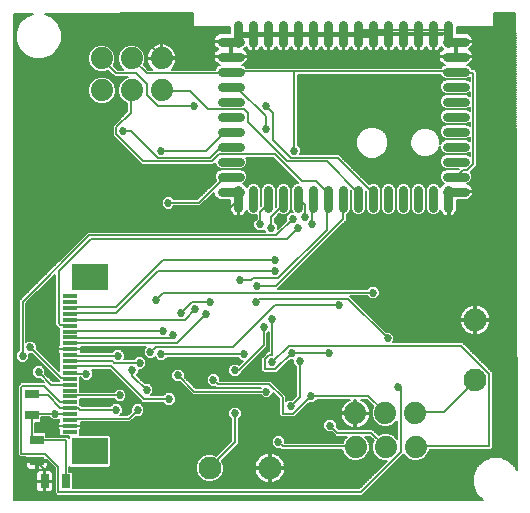
<source format=gbl>
G75*
%MOIN*%
%OFA0B0*%
%FSLAX25Y25*%
%IPPOS*%
%LPD*%
%AMOC8*
5,1,8,0,0,1.08239X$1,22.5*
%
%ADD10R,0.03150X0.04724*%
%ADD11R,0.04724X0.03150*%
%ADD12C,0.07400*%
%ADD13R,0.05118X0.01181*%
%ADD14R,0.12205X0.09055*%
%ADD15C,0.07600*%
%ADD16C,0.03000*%
%ADD17C,0.00600*%
%ADD18C,0.02700*%
D10*
X0013426Y0028303D03*
X0020513Y0028303D03*
D11*
X0010828Y0035075D03*
X0010828Y0042161D03*
X0009095Y0050350D03*
X0009095Y0057437D03*
D12*
X0032560Y0158657D03*
X0042560Y0158657D03*
X0052560Y0158657D03*
X0052442Y0169287D03*
X0042442Y0169287D03*
X0032442Y0169287D03*
X0117048Y0050941D03*
X0127048Y0050941D03*
X0137048Y0050941D03*
X0137166Y0039760D03*
X0127166Y0039760D03*
X0117166Y0039760D03*
D13*
X0021772Y0044799D03*
X0021772Y0046768D03*
X0021772Y0048736D03*
X0021772Y0050705D03*
X0021772Y0052673D03*
X0021772Y0054642D03*
X0021772Y0056610D03*
X0021772Y0058579D03*
X0021772Y0060547D03*
X0021772Y0062516D03*
X0021772Y0064484D03*
X0021772Y0066453D03*
X0021772Y0068421D03*
X0021772Y0070390D03*
X0021772Y0072358D03*
X0021772Y0074327D03*
X0021772Y0076295D03*
X0021772Y0078264D03*
X0021772Y0080232D03*
X0021772Y0082201D03*
X0021772Y0084169D03*
X0021772Y0086138D03*
X0021772Y0088106D03*
X0021772Y0090075D03*
D14*
X0028465Y0096571D03*
X0028465Y0038303D03*
D15*
X0068465Y0032752D03*
X0088465Y0032752D03*
X0157009Y0062161D03*
X0157009Y0082161D03*
D16*
X0148072Y0119417D02*
X0148072Y0125417D01*
X0147572Y0124917D02*
X0153572Y0124917D01*
X0153572Y0129917D02*
X0147572Y0129917D01*
X0147572Y0134917D02*
X0153572Y0134917D01*
X0153572Y0139917D02*
X0147572Y0139917D01*
X0147572Y0144917D02*
X0153572Y0144917D01*
X0153572Y0149917D02*
X0147572Y0149917D01*
X0147572Y0154917D02*
X0153572Y0154917D01*
X0153572Y0159917D02*
X0147572Y0159917D01*
X0147572Y0164917D02*
X0153572Y0164917D01*
X0153572Y0169917D02*
X0147572Y0169917D01*
X0147572Y0174917D02*
X0153572Y0174917D01*
X0148072Y0174417D02*
X0148072Y0180417D01*
X0143072Y0180417D02*
X0143072Y0174417D01*
X0138072Y0174417D02*
X0138072Y0180417D01*
X0133072Y0180417D02*
X0133072Y0174417D01*
X0128072Y0174417D02*
X0128072Y0180417D01*
X0123072Y0180417D02*
X0123072Y0174417D01*
X0118072Y0174417D02*
X0118072Y0180417D01*
X0113072Y0180417D02*
X0113072Y0174417D01*
X0108072Y0174417D02*
X0108072Y0180417D01*
X0103072Y0180417D02*
X0103072Y0174417D01*
X0098072Y0174417D02*
X0098072Y0180417D01*
X0093072Y0180417D02*
X0093072Y0174417D01*
X0088072Y0174417D02*
X0088072Y0180417D01*
X0083072Y0180417D02*
X0083072Y0174417D01*
X0078072Y0174417D02*
X0078072Y0180417D01*
X0078572Y0174917D02*
X0072572Y0174917D01*
X0072572Y0169917D02*
X0078572Y0169917D01*
X0078572Y0164917D02*
X0072572Y0164917D01*
X0072572Y0159917D02*
X0078572Y0159917D01*
X0078572Y0154917D02*
X0072572Y0154917D01*
X0072572Y0149917D02*
X0078572Y0149917D01*
X0078572Y0144917D02*
X0072572Y0144917D01*
X0072572Y0139917D02*
X0078572Y0139917D01*
X0078572Y0134917D02*
X0072572Y0134917D01*
X0072572Y0129917D02*
X0078572Y0129917D01*
X0078572Y0124917D02*
X0072572Y0124917D01*
X0078072Y0125417D02*
X0078072Y0119417D01*
X0083072Y0119417D02*
X0083072Y0125417D01*
X0088072Y0125417D02*
X0088072Y0119417D01*
X0093072Y0119417D02*
X0093072Y0125417D01*
X0098072Y0125417D02*
X0098072Y0119417D01*
X0103072Y0119417D02*
X0103072Y0125417D01*
X0108072Y0125417D02*
X0108072Y0119417D01*
X0113072Y0119417D02*
X0113072Y0125417D01*
X0118072Y0125417D02*
X0118072Y0119417D01*
X0123072Y0119417D02*
X0123072Y0125417D01*
X0128072Y0125417D02*
X0128072Y0119417D01*
X0133072Y0119417D02*
X0133072Y0125417D01*
X0138072Y0125417D02*
X0138072Y0119417D01*
X0143072Y0119417D02*
X0143072Y0125417D01*
D17*
X0003100Y0184145D02*
X0003100Y0022150D01*
X0159469Y0022150D01*
X0157366Y0024253D01*
X0156193Y0027085D01*
X0156193Y0030151D01*
X0157366Y0032983D01*
X0159534Y0035151D01*
X0162366Y0036324D01*
X0165431Y0036324D01*
X0168263Y0035151D01*
X0170431Y0032983D01*
X0170771Y0032161D01*
X0170410Y0184531D01*
X0163372Y0184514D01*
X0163372Y0179793D01*
X0163196Y0179617D01*
X0150872Y0179617D01*
X0150872Y0177717D01*
X0153847Y0177717D01*
X0154388Y0177610D01*
X0154898Y0177399D01*
X0155357Y0177092D01*
X0155747Y0176702D01*
X0156053Y0176244D01*
X0156264Y0175734D01*
X0156367Y0175217D01*
X0150872Y0175217D01*
X0150872Y0174617D01*
X0156367Y0174617D01*
X0156264Y0174101D01*
X0156053Y0173591D01*
X0155747Y0173132D01*
X0155357Y0172742D01*
X0154898Y0172436D01*
X0154853Y0172417D01*
X0154898Y0172399D01*
X0155357Y0172092D01*
X0155747Y0171702D01*
X0156053Y0171244D01*
X0156264Y0170734D01*
X0156367Y0170217D01*
X0150872Y0170217D01*
X0150872Y0169617D01*
X0156367Y0169617D01*
X0156264Y0169101D01*
X0156053Y0168591D01*
X0155747Y0168132D01*
X0155357Y0167742D01*
X0154898Y0167436D01*
X0154388Y0167225D01*
X0154310Y0167209D01*
X0154931Y0166952D01*
X0155606Y0166277D01*
X0155827Y0165743D01*
X0156817Y0165743D01*
X0157520Y0165040D01*
X0157520Y0133534D01*
X0156817Y0132831D01*
X0155434Y0131449D01*
X0155606Y0131277D01*
X0155972Y0130395D01*
X0155972Y0129440D01*
X0155606Y0128558D01*
X0154931Y0127883D01*
X0154310Y0127625D01*
X0154388Y0127610D01*
X0154898Y0127399D01*
X0155357Y0127092D01*
X0155747Y0126702D01*
X0156053Y0126244D01*
X0156264Y0125734D01*
X0156367Y0125217D01*
X0150872Y0125217D01*
X0150872Y0124617D01*
X0156367Y0124617D01*
X0156264Y0124101D01*
X0156053Y0123591D01*
X0155747Y0123132D01*
X0155357Y0122742D01*
X0154898Y0122436D01*
X0154388Y0122225D01*
X0153847Y0122117D01*
X0150872Y0122117D01*
X0150872Y0119142D01*
X0150764Y0118601D01*
X0150553Y0118091D01*
X0150247Y0117632D01*
X0149857Y0117242D01*
X0149398Y0116936D01*
X0148888Y0116725D01*
X0148372Y0116622D01*
X0148372Y0122117D01*
X0147772Y0122117D01*
X0147772Y0116622D01*
X0147255Y0116725D01*
X0146745Y0116936D01*
X0146287Y0117242D01*
X0145897Y0117632D01*
X0145590Y0118091D01*
X0145379Y0118601D01*
X0145364Y0118679D01*
X0145106Y0118058D01*
X0144431Y0117383D01*
X0143549Y0117017D01*
X0142594Y0117017D01*
X0141712Y0117383D01*
X0141037Y0118058D01*
X0140672Y0118940D01*
X0140672Y0125895D01*
X0141037Y0126777D01*
X0141712Y0127452D01*
X0142594Y0127817D01*
X0143549Y0127817D01*
X0144431Y0127452D01*
X0145106Y0126777D01*
X0145237Y0126462D01*
X0145397Y0126702D01*
X0145787Y0127092D01*
X0145853Y0127136D01*
X0145897Y0127202D01*
X0146287Y0127592D01*
X0146527Y0127752D01*
X0146212Y0127883D01*
X0145537Y0128558D01*
X0145172Y0129440D01*
X0145172Y0130395D01*
X0145537Y0131277D01*
X0146212Y0131952D01*
X0147094Y0132317D01*
X0151432Y0132317D01*
X0151632Y0132517D01*
X0147094Y0132517D01*
X0146212Y0132883D01*
X0145537Y0133558D01*
X0145172Y0134440D01*
X0145172Y0135395D01*
X0145537Y0136277D01*
X0146212Y0136952D01*
X0147094Y0137317D01*
X0154049Y0137317D01*
X0154931Y0136952D01*
X0155120Y0136763D01*
X0155120Y0138071D01*
X0154931Y0137883D01*
X0154049Y0137517D01*
X0147094Y0137517D01*
X0146212Y0137883D01*
X0145537Y0138558D01*
X0145172Y0139440D01*
X0145172Y0139950D01*
X0144551Y0138452D01*
X0143159Y0137060D01*
X0146473Y0137060D01*
X0146753Y0137659D02*
X0143758Y0137659D01*
X0144356Y0138257D02*
X0145838Y0138257D01*
X0145414Y0138856D02*
X0144718Y0138856D01*
X0144966Y0139454D02*
X0145172Y0139454D01*
X0145305Y0140716D02*
X0145305Y0142240D01*
X0144551Y0144060D01*
X0143159Y0145452D01*
X0141340Y0146205D01*
X0139371Y0146205D01*
X0137551Y0145452D01*
X0136159Y0144060D01*
X0135406Y0142240D01*
X0135406Y0140271D01*
X0136159Y0138452D01*
X0137551Y0137060D01*
X0125999Y0137060D01*
X0125665Y0136726D02*
X0127168Y0138229D01*
X0127982Y0140193D01*
X0127982Y0142319D01*
X0127168Y0144283D01*
X0125665Y0145786D01*
X0123701Y0146599D01*
X0121576Y0146599D01*
X0119612Y0145786D01*
X0118109Y0144283D01*
X0117295Y0142319D01*
X0117295Y0140193D01*
X0118109Y0138229D01*
X0119612Y0136726D01*
X0121576Y0135913D01*
X0123701Y0135913D01*
X0125665Y0136726D01*
X0125027Y0136462D02*
X0138996Y0136462D01*
X0139371Y0136306D02*
X0141340Y0136306D01*
X0143159Y0137060D01*
X0141715Y0136462D02*
X0145722Y0136462D01*
X0145366Y0135863D02*
X0113084Y0135863D01*
X0112486Y0136462D02*
X0120250Y0136462D01*
X0119278Y0137060D02*
X0111887Y0137060D01*
X0111597Y0137350D02*
X0098682Y0137350D01*
X0098950Y0137618D01*
X0098950Y0139482D01*
X0097900Y0140532D01*
X0097900Y0163750D01*
X0145457Y0163750D01*
X0145537Y0163558D01*
X0146212Y0162883D01*
X0147094Y0162517D01*
X0154049Y0162517D01*
X0154931Y0162883D01*
X0155120Y0163071D01*
X0155120Y0161763D01*
X0154931Y0161952D01*
X0154049Y0162317D01*
X0147094Y0162317D01*
X0146212Y0161952D01*
X0145537Y0161277D01*
X0145172Y0160395D01*
X0145172Y0159440D01*
X0145537Y0158558D01*
X0146212Y0157883D01*
X0147094Y0157517D01*
X0154049Y0157517D01*
X0154931Y0157883D01*
X0155120Y0158071D01*
X0155120Y0156763D01*
X0154931Y0156952D01*
X0154049Y0157317D01*
X0147094Y0157317D01*
X0146212Y0156952D01*
X0145537Y0156277D01*
X0145172Y0155395D01*
X0145172Y0154440D01*
X0145537Y0153558D01*
X0146212Y0152883D01*
X0147094Y0152517D01*
X0154049Y0152517D01*
X0154931Y0152883D01*
X0155120Y0153071D01*
X0155120Y0151763D01*
X0154931Y0151952D01*
X0154049Y0152317D01*
X0147094Y0152317D01*
X0146212Y0151952D01*
X0145537Y0151277D01*
X0145172Y0150395D01*
X0145172Y0149440D01*
X0145537Y0148558D01*
X0146212Y0147883D01*
X0147094Y0147517D01*
X0154049Y0147517D01*
X0154931Y0147883D01*
X0155120Y0148071D01*
X0155120Y0146763D01*
X0154931Y0146952D01*
X0154049Y0147317D01*
X0147094Y0147317D01*
X0146212Y0146952D01*
X0145537Y0146277D01*
X0145172Y0145395D01*
X0145172Y0144440D01*
X0145537Y0143558D01*
X0146212Y0142883D01*
X0147094Y0142517D01*
X0154049Y0142517D01*
X0154931Y0142883D01*
X0155120Y0143071D01*
X0155120Y0141763D01*
X0154931Y0141952D01*
X0154049Y0142317D01*
X0147094Y0142317D01*
X0146212Y0141952D01*
X0145537Y0141277D01*
X0145305Y0140716D01*
X0145305Y0141250D02*
X0145526Y0141250D01*
X0145305Y0141848D02*
X0146108Y0141848D01*
X0145219Y0142447D02*
X0155120Y0142447D01*
X0155094Y0143045D02*
X0155120Y0143045D01*
X0155120Y0141848D02*
X0155035Y0141848D01*
X0157520Y0141848D02*
X0170511Y0141848D01*
X0170512Y0141250D02*
X0157520Y0141250D01*
X0157520Y0140651D02*
X0170514Y0140651D01*
X0170515Y0140053D02*
X0157520Y0140053D01*
X0157520Y0139454D02*
X0170517Y0139454D01*
X0170518Y0138856D02*
X0157520Y0138856D01*
X0157520Y0138257D02*
X0170520Y0138257D01*
X0170521Y0137659D02*
X0157520Y0137659D01*
X0157520Y0137060D02*
X0170522Y0137060D01*
X0170524Y0136462D02*
X0157520Y0136462D01*
X0157520Y0135863D02*
X0170525Y0135863D01*
X0170527Y0135265D02*
X0157520Y0135265D01*
X0157520Y0134666D02*
X0170528Y0134666D01*
X0170529Y0134068D02*
X0157520Y0134068D01*
X0157454Y0133469D02*
X0170531Y0133469D01*
X0170532Y0132871D02*
X0156856Y0132871D01*
X0156257Y0132272D02*
X0170534Y0132272D01*
X0170535Y0131673D02*
X0155659Y0131673D01*
X0155690Y0131075D02*
X0170537Y0131075D01*
X0170538Y0130476D02*
X0155938Y0130476D01*
X0155972Y0129878D02*
X0170539Y0129878D01*
X0170541Y0129279D02*
X0155905Y0129279D01*
X0155657Y0128681D02*
X0170542Y0128681D01*
X0170544Y0128082D02*
X0155131Y0128082D01*
X0154692Y0127484D02*
X0170545Y0127484D01*
X0170547Y0126885D02*
X0155563Y0126885D01*
X0156024Y0126287D02*
X0170548Y0126287D01*
X0170549Y0125688D02*
X0156273Y0125688D01*
X0156342Y0124491D02*
X0170552Y0124491D01*
X0170554Y0123893D02*
X0156178Y0123893D01*
X0155855Y0123294D02*
X0170555Y0123294D01*
X0170556Y0122696D02*
X0155287Y0122696D01*
X0150872Y0122097D02*
X0170558Y0122097D01*
X0170559Y0121499D02*
X0150872Y0121499D01*
X0150872Y0120900D02*
X0170561Y0120900D01*
X0170562Y0120302D02*
X0150872Y0120302D01*
X0150872Y0119703D02*
X0170564Y0119703D01*
X0170565Y0119105D02*
X0150864Y0119105D01*
X0150725Y0118506D02*
X0170566Y0118506D01*
X0170568Y0117908D02*
X0150430Y0117908D01*
X0149923Y0117309D02*
X0170569Y0117309D01*
X0170571Y0116711D02*
X0148817Y0116711D01*
X0148372Y0116711D02*
X0147772Y0116711D01*
X0147326Y0116711D02*
X0114100Y0116711D01*
X0114100Y0117246D02*
X0114100Y0115253D01*
X0113397Y0114550D01*
X0091263Y0092417D01*
X0120873Y0092417D01*
X0121923Y0093467D01*
X0123787Y0093467D01*
X0125105Y0092149D01*
X0125105Y0090285D01*
X0123787Y0088967D01*
X0121923Y0088967D01*
X0120873Y0090017D01*
X0115417Y0090017D01*
X0127223Y0078211D01*
X0128708Y0078211D01*
X0130026Y0076893D01*
X0130026Y0075029D01*
X0129698Y0074700D01*
X0152880Y0074700D01*
X0162230Y0065350D01*
X0162933Y0064647D01*
X0162933Y0039538D01*
X0162230Y0038835D01*
X0141762Y0038835D01*
X0141066Y0037154D01*
X0139772Y0035860D01*
X0138081Y0035160D01*
X0136251Y0035160D01*
X0134560Y0035860D01*
X0133266Y0037154D01*
X0133185Y0037350D01*
X0132703Y0036867D01*
X0119415Y0023580D01*
X0017535Y0023580D01*
X0016832Y0024282D01*
X0016832Y0032649D01*
X0014106Y0035375D01*
X0011128Y0035375D01*
X0011128Y0034775D01*
X0014490Y0034775D01*
X0014490Y0033329D01*
X0014401Y0032998D01*
X0014230Y0032702D01*
X0013988Y0032460D01*
X0013692Y0032289D01*
X0013361Y0032200D01*
X0011128Y0032200D01*
X0011128Y0034775D01*
X0010528Y0034775D01*
X0010528Y0032200D01*
X0008294Y0032200D01*
X0007964Y0032289D01*
X0007667Y0032460D01*
X0007425Y0032702D01*
X0007254Y0032998D01*
X0007165Y0033329D01*
X0007165Y0034775D01*
X0010528Y0034775D01*
X0010528Y0035375D01*
X0007165Y0035375D01*
X0007165Y0036375D01*
X0005232Y0036375D01*
X0004529Y0037078D01*
X0004529Y0060218D01*
X0005232Y0060920D01*
X0005724Y0061413D01*
X0013141Y0061413D01*
X0012053Y0062500D01*
X0010568Y0062500D01*
X0009250Y0063818D01*
X0009250Y0065682D01*
X0010568Y0067000D01*
X0012432Y0067000D01*
X0013750Y0065682D01*
X0013750Y0064197D01*
X0016197Y0061750D01*
X0018242Y0061750D01*
X0009235Y0070758D01*
X0008350Y0070758D01*
X0008350Y0069218D01*
X0007032Y0067900D01*
X0005168Y0067900D01*
X0003850Y0069218D01*
X0003850Y0071082D01*
X0004900Y0072132D01*
X0004900Y0088647D01*
X0027100Y0110847D01*
X0027100Y0110847D01*
X0027803Y0111550D01*
X0086918Y0111550D01*
X0086650Y0111818D01*
X0086650Y0112118D01*
X0086232Y0111700D01*
X0084368Y0111700D01*
X0083050Y0113018D01*
X0083050Y0114882D01*
X0084100Y0115932D01*
X0084100Y0117246D01*
X0083549Y0117017D01*
X0082594Y0117017D01*
X0081712Y0117383D01*
X0081037Y0118058D01*
X0080780Y0118679D01*
X0080764Y0118601D01*
X0080553Y0118091D01*
X0080247Y0117632D01*
X0079857Y0117242D01*
X0079398Y0116936D01*
X0078888Y0116725D01*
X0078372Y0116622D01*
X0078372Y0122117D01*
X0077772Y0122117D01*
X0077772Y0116622D01*
X0077255Y0116725D01*
X0076745Y0116936D01*
X0076287Y0117242D01*
X0075897Y0117632D01*
X0075590Y0118091D01*
X0075379Y0118601D01*
X0075272Y0119142D01*
X0075272Y0122117D01*
X0072296Y0122117D01*
X0071755Y0122225D01*
X0071245Y0122436D01*
X0070787Y0122742D01*
X0070397Y0123132D01*
X0070090Y0123591D01*
X0069879Y0124101D01*
X0069824Y0124378D01*
X0065397Y0119950D01*
X0056682Y0119950D01*
X0055632Y0118900D01*
X0053768Y0118900D01*
X0052450Y0120218D01*
X0052450Y0122082D01*
X0053768Y0123400D01*
X0055632Y0123400D01*
X0056682Y0122350D01*
X0064403Y0122350D01*
X0070574Y0128521D01*
X0070537Y0128558D01*
X0070172Y0129440D01*
X0070172Y0130395D01*
X0070537Y0131277D01*
X0071212Y0131952D01*
X0072094Y0132317D01*
X0079049Y0132317D01*
X0079931Y0131952D01*
X0080606Y0131277D01*
X0080972Y0130395D01*
X0080972Y0129440D01*
X0080606Y0128558D01*
X0079931Y0127883D01*
X0079617Y0127752D01*
X0079857Y0127592D01*
X0080247Y0127202D01*
X0080291Y0127136D01*
X0080357Y0127092D01*
X0080747Y0126702D01*
X0080907Y0126462D01*
X0081037Y0126777D01*
X0081712Y0127452D01*
X0082594Y0127817D01*
X0083549Y0127817D01*
X0084431Y0127452D01*
X0085106Y0126777D01*
X0085472Y0125895D01*
X0085472Y0120019D01*
X0085672Y0120219D01*
X0085672Y0125895D01*
X0086037Y0126777D01*
X0086712Y0127452D01*
X0087594Y0127817D01*
X0088549Y0127817D01*
X0089431Y0127452D01*
X0090106Y0126777D01*
X0090472Y0125895D01*
X0090472Y0119619D01*
X0090672Y0119819D01*
X0090672Y0125895D01*
X0091037Y0126777D01*
X0091712Y0127452D01*
X0092594Y0127817D01*
X0093549Y0127817D01*
X0094431Y0127452D01*
X0095106Y0126777D01*
X0095472Y0125895D01*
X0095472Y0118940D01*
X0095106Y0118058D01*
X0094431Y0117383D01*
X0093549Y0117017D01*
X0092594Y0117017D01*
X0091712Y0117383D01*
X0091671Y0117424D01*
X0090100Y0115853D01*
X0090100Y0114732D01*
X0091150Y0113682D01*
X0091150Y0112497D01*
X0093850Y0115197D01*
X0093850Y0116682D01*
X0095168Y0118000D01*
X0096094Y0118000D01*
X0096037Y0118058D01*
X0095672Y0118940D01*
X0095672Y0125895D01*
X0096037Y0126777D01*
X0096712Y0127452D01*
X0097594Y0127817D01*
X0097936Y0127817D01*
X0097900Y0127853D01*
X0089603Y0136150D01*
X0080659Y0136150D01*
X0080972Y0135395D01*
X0080972Y0134440D01*
X0080606Y0133558D01*
X0079931Y0132883D01*
X0079049Y0132517D01*
X0072094Y0132517D01*
X0071212Y0132883D01*
X0070537Y0133558D01*
X0070205Y0134359D01*
X0069597Y0133750D01*
X0045803Y0133750D01*
X0045100Y0134453D01*
X0036100Y0143453D01*
X0036100Y0146847D01*
X0036803Y0147550D01*
X0040900Y0151647D01*
X0040900Y0154366D01*
X0039954Y0154758D01*
X0038660Y0156052D01*
X0037960Y0157742D01*
X0037960Y0159572D01*
X0038660Y0161263D01*
X0039954Y0162557D01*
X0041386Y0163150D01*
X0036803Y0163150D01*
X0034707Y0165247D01*
X0033357Y0164687D01*
X0031527Y0164687D01*
X0029836Y0165388D01*
X0028542Y0166682D01*
X0027842Y0168372D01*
X0027842Y0170202D01*
X0028542Y0171893D01*
X0029836Y0173187D01*
X0031527Y0173887D01*
X0033357Y0173887D01*
X0035047Y0173187D01*
X0036341Y0171893D01*
X0037042Y0170202D01*
X0037042Y0168372D01*
X0036436Y0166911D01*
X0037797Y0165550D01*
X0039673Y0165550D01*
X0038542Y0166682D01*
X0037842Y0168372D01*
X0037842Y0170202D01*
X0038542Y0171893D01*
X0039836Y0173187D01*
X0041527Y0173887D01*
X0043357Y0173887D01*
X0045047Y0173187D01*
X0046341Y0171893D01*
X0047042Y0170202D01*
X0047042Y0168372D01*
X0046495Y0167052D01*
X0047997Y0165550D01*
X0049108Y0165550D01*
X0048628Y0166030D01*
X0048165Y0166667D01*
X0047808Y0167368D01*
X0047565Y0168117D01*
X0047442Y0168894D01*
X0047442Y0168987D01*
X0052142Y0168987D01*
X0052142Y0169587D01*
X0047442Y0169587D01*
X0047442Y0169681D01*
X0047565Y0170458D01*
X0047808Y0171207D01*
X0048165Y0171908D01*
X0048628Y0172545D01*
X0049184Y0173101D01*
X0049821Y0173564D01*
X0050522Y0173921D01*
X0051271Y0174164D01*
X0052048Y0174287D01*
X0052142Y0174287D01*
X0052142Y0169587D01*
X0052742Y0169587D01*
X0057442Y0169587D01*
X0057442Y0169681D01*
X0057319Y0170458D01*
X0057075Y0171207D01*
X0056718Y0171908D01*
X0056256Y0172545D01*
X0055699Y0173101D01*
X0055062Y0173564D01*
X0054361Y0173921D01*
X0053613Y0174164D01*
X0052835Y0174287D01*
X0052742Y0174287D01*
X0052742Y0169587D01*
X0052742Y0168987D01*
X0057442Y0168987D01*
X0057442Y0168894D01*
X0057319Y0168117D01*
X0057075Y0167368D01*
X0056718Y0166667D01*
X0056256Y0166030D01*
X0055776Y0165550D01*
X0070236Y0165550D01*
X0070537Y0166277D01*
X0071212Y0166952D01*
X0071834Y0167209D01*
X0071755Y0167225D01*
X0071245Y0167436D01*
X0070787Y0167742D01*
X0070397Y0168132D01*
X0070090Y0168591D01*
X0069879Y0169101D01*
X0069776Y0169617D01*
X0075272Y0169617D01*
X0075272Y0170217D01*
X0075272Y0174142D01*
X0075379Y0173601D01*
X0075590Y0173091D01*
X0075872Y0172670D01*
X0075872Y0170217D01*
X0081367Y0170217D01*
X0081264Y0170734D01*
X0081053Y0171244D01*
X0080747Y0171702D01*
X0080357Y0172092D01*
X0079967Y0172353D01*
X0080247Y0172632D01*
X0080291Y0172698D01*
X0080357Y0172742D01*
X0080636Y0173022D01*
X0080897Y0172632D01*
X0081287Y0172242D01*
X0081745Y0171936D01*
X0082255Y0171725D01*
X0082772Y0171622D01*
X0082772Y0177117D01*
X0083372Y0177117D01*
X0083372Y0177717D01*
X0085872Y0177717D01*
X0087772Y0177717D01*
X0087772Y0177117D01*
X0088372Y0177117D01*
X0088372Y0177717D01*
X0090872Y0177717D01*
X0092772Y0177717D01*
X0092772Y0177117D01*
X0093372Y0177117D01*
X0093372Y0177717D01*
X0095872Y0177717D01*
X0097772Y0177717D01*
X0097772Y0177117D01*
X0098372Y0177117D01*
X0098372Y0177717D01*
X0100872Y0177717D01*
X0102772Y0177717D01*
X0102772Y0177117D01*
X0103372Y0177117D01*
X0103372Y0177717D01*
X0105872Y0177717D01*
X0107772Y0177717D01*
X0107772Y0177117D01*
X0108372Y0177117D01*
X0108372Y0177717D01*
X0110872Y0177717D01*
X0112772Y0177717D01*
X0112772Y0177117D01*
X0113372Y0177117D01*
X0113372Y0177717D01*
X0117772Y0177717D01*
X0117772Y0179617D01*
X0118372Y0179617D01*
X0118372Y0177717D01*
X0120872Y0177717D01*
X0122772Y0177717D01*
X0122772Y0177117D01*
X0123372Y0177117D01*
X0123372Y0177717D01*
X0125872Y0177717D01*
X0127772Y0177717D01*
X0127772Y0177117D01*
X0128372Y0177117D01*
X0128372Y0177717D01*
X0130872Y0177717D01*
X0132772Y0177717D01*
X0132772Y0177117D01*
X0133372Y0177117D01*
X0133372Y0177717D01*
X0135872Y0177717D01*
X0137772Y0177717D01*
X0137772Y0177117D01*
X0138372Y0177117D01*
X0138372Y0177717D01*
X0140872Y0177717D01*
X0142772Y0177717D01*
X0142772Y0177117D01*
X0143372Y0177117D01*
X0143372Y0177717D01*
X0145872Y0177717D01*
X0147296Y0177717D01*
X0146755Y0177610D01*
X0146245Y0177399D01*
X0145824Y0177117D01*
X0143372Y0177117D01*
X0143372Y0171622D01*
X0143888Y0171725D01*
X0144398Y0171936D01*
X0144857Y0172242D01*
X0145247Y0172632D01*
X0145507Y0173022D01*
X0145787Y0172742D01*
X0145853Y0172698D01*
X0145897Y0172632D01*
X0146177Y0172353D01*
X0145787Y0172092D01*
X0145397Y0171702D01*
X0145090Y0171244D01*
X0144879Y0170734D01*
X0144776Y0170217D01*
X0150272Y0170217D01*
X0150272Y0172117D01*
X0150272Y0172670D01*
X0150553Y0173091D01*
X0150764Y0173601D01*
X0150872Y0174141D01*
X0150872Y0170217D01*
X0150272Y0170217D01*
X0150272Y0169617D01*
X0144776Y0169617D01*
X0144879Y0169101D01*
X0145090Y0168591D01*
X0145397Y0168132D01*
X0145787Y0167742D01*
X0146245Y0167436D01*
X0146755Y0167225D01*
X0146834Y0167209D01*
X0146212Y0166952D01*
X0145537Y0166277D01*
X0145485Y0166150D01*
X0080659Y0166150D01*
X0080606Y0166277D01*
X0079931Y0166952D01*
X0079310Y0167209D01*
X0079388Y0167225D01*
X0079898Y0167436D01*
X0080357Y0167742D01*
X0080747Y0168132D01*
X0081053Y0168591D01*
X0081264Y0169101D01*
X0081367Y0169617D01*
X0075872Y0169617D01*
X0075872Y0170217D01*
X0075272Y0170217D01*
X0069776Y0170217D01*
X0069879Y0170734D01*
X0070090Y0171244D01*
X0070397Y0171702D01*
X0070787Y0172092D01*
X0071245Y0172399D01*
X0071290Y0172417D01*
X0071245Y0172436D01*
X0070787Y0172742D01*
X0070397Y0173132D01*
X0070090Y0173591D01*
X0069879Y0174101D01*
X0069776Y0174617D01*
X0075272Y0174617D01*
X0075272Y0175217D01*
X0069776Y0175217D01*
X0069879Y0175734D01*
X0070090Y0176244D01*
X0070397Y0176702D01*
X0070787Y0177092D01*
X0071245Y0177399D01*
X0071755Y0177610D01*
X0072296Y0177717D01*
X0075272Y0177717D01*
X0075272Y0179617D01*
X0062947Y0179617D01*
X0062772Y0179793D01*
X0062772Y0184283D01*
X0013518Y0184169D01*
X0015901Y0183182D01*
X0018069Y0181014D01*
X0019242Y0178182D01*
X0019242Y0175117D01*
X0018069Y0172285D01*
X0015901Y0170117D01*
X0013069Y0168944D01*
X0010003Y0168944D01*
X0007171Y0170117D01*
X0005004Y0172285D01*
X0003831Y0175117D01*
X0003831Y0178182D01*
X0005004Y0181014D01*
X0007171Y0183182D01*
X0009532Y0184160D01*
X0003100Y0184145D01*
X0003100Y0183744D02*
X0008528Y0183744D01*
X0007135Y0183145D02*
X0003100Y0183145D01*
X0003100Y0182547D02*
X0006536Y0182547D01*
X0005938Y0181948D02*
X0003100Y0181948D01*
X0003100Y0181350D02*
X0005339Y0181350D01*
X0004895Y0180751D02*
X0003100Y0180751D01*
X0003100Y0180153D02*
X0004647Y0180153D01*
X0004399Y0179554D02*
X0003100Y0179554D01*
X0003100Y0178956D02*
X0004151Y0178956D01*
X0003903Y0178357D02*
X0003100Y0178357D01*
X0003100Y0177759D02*
X0003831Y0177759D01*
X0003831Y0177160D02*
X0003100Y0177160D01*
X0003100Y0176562D02*
X0003831Y0176562D01*
X0003831Y0175963D02*
X0003100Y0175963D01*
X0003100Y0175365D02*
X0003831Y0175365D01*
X0003976Y0174766D02*
X0003100Y0174766D01*
X0003100Y0174168D02*
X0004224Y0174168D01*
X0004472Y0173569D02*
X0003100Y0173569D01*
X0003100Y0172971D02*
X0004720Y0172971D01*
X0004968Y0172372D02*
X0003100Y0172372D01*
X0003100Y0171774D02*
X0005515Y0171774D01*
X0006113Y0171175D02*
X0003100Y0171175D01*
X0003100Y0170577D02*
X0006712Y0170577D01*
X0007507Y0169978D02*
X0003100Y0169978D01*
X0003100Y0169380D02*
X0008952Y0169380D01*
X0014121Y0169380D02*
X0027842Y0169380D01*
X0027842Y0169978D02*
X0015566Y0169978D01*
X0016361Y0170577D02*
X0027997Y0170577D01*
X0028245Y0171175D02*
X0016959Y0171175D01*
X0017558Y0171774D02*
X0028493Y0171774D01*
X0029021Y0172372D02*
X0018105Y0172372D01*
X0018353Y0172971D02*
X0029620Y0172971D01*
X0030100Y0173950D02*
X0027700Y0171550D01*
X0027700Y0144550D01*
X0027875Y0144366D01*
X0003761Y0144366D01*
X0003761Y0037575D01*
X0005237Y0036098D01*
X0009666Y0036098D01*
X0010650Y0035114D01*
X0010828Y0035075D01*
X0010900Y0034750D01*
X0013300Y0032350D01*
X0013300Y0028750D01*
X0013426Y0028303D01*
X0013726Y0028131D02*
X0016832Y0028131D01*
X0016301Y0028003D02*
X0013726Y0028003D01*
X0013726Y0024641D01*
X0015172Y0024641D01*
X0015503Y0024730D01*
X0015799Y0024901D01*
X0016041Y0025143D01*
X0016212Y0025439D01*
X0016301Y0025770D01*
X0016301Y0028003D01*
X0016301Y0027533D02*
X0016832Y0027533D01*
X0016832Y0026934D02*
X0016301Y0026934D01*
X0016301Y0026336D02*
X0016832Y0026336D01*
X0016832Y0025737D02*
X0016292Y0025737D01*
X0016037Y0025138D02*
X0016832Y0025138D01*
X0016832Y0024540D02*
X0003100Y0024540D01*
X0003100Y0025138D02*
X0010815Y0025138D01*
X0010811Y0025143D02*
X0011053Y0024901D01*
X0011349Y0024730D01*
X0011680Y0024641D01*
X0013126Y0024641D01*
X0013126Y0028003D01*
X0013726Y0028003D01*
X0013726Y0028603D01*
X0016301Y0028603D01*
X0016301Y0030837D01*
X0016212Y0031167D01*
X0016041Y0031464D01*
X0015799Y0031706D01*
X0015503Y0031877D01*
X0015172Y0031965D01*
X0013726Y0031965D01*
X0013726Y0028603D01*
X0013126Y0028603D01*
X0013126Y0028003D01*
X0010551Y0028003D01*
X0010551Y0025770D01*
X0010640Y0025439D01*
X0010811Y0025143D01*
X0010560Y0025737D02*
X0003100Y0025737D01*
X0003100Y0026336D02*
X0010551Y0026336D01*
X0010551Y0026934D02*
X0003100Y0026934D01*
X0003100Y0027533D02*
X0010551Y0027533D01*
X0010551Y0028603D02*
X0013126Y0028603D01*
X0013126Y0031965D01*
X0011680Y0031965D01*
X0011349Y0031877D01*
X0011053Y0031706D01*
X0010811Y0031464D01*
X0010640Y0031167D01*
X0010551Y0030837D01*
X0010551Y0028603D01*
X0010551Y0028730D02*
X0003100Y0028730D01*
X0003100Y0029328D02*
X0010551Y0029328D01*
X0010551Y0029927D02*
X0003100Y0029927D01*
X0003100Y0030525D02*
X0010551Y0030525D01*
X0010628Y0031124D02*
X0003100Y0031124D01*
X0003100Y0031722D02*
X0011082Y0031722D01*
X0011128Y0032321D02*
X0010528Y0032321D01*
X0010528Y0032919D02*
X0011128Y0032919D01*
X0011128Y0033518D02*
X0010528Y0033518D01*
X0010528Y0034116D02*
X0011128Y0034116D01*
X0011128Y0034715D02*
X0010528Y0034715D01*
X0010528Y0035313D02*
X0003100Y0035313D01*
X0003100Y0034715D02*
X0007165Y0034715D01*
X0007165Y0034116D02*
X0003100Y0034116D01*
X0003100Y0033518D02*
X0007165Y0033518D01*
X0007300Y0032919D02*
X0003100Y0032919D01*
X0003100Y0032321D02*
X0007908Y0032321D01*
X0007165Y0035912D02*
X0003100Y0035912D01*
X0003100Y0036510D02*
X0005097Y0036510D01*
X0004529Y0037109D02*
X0003100Y0037109D01*
X0003100Y0037707D02*
X0004529Y0037707D01*
X0004529Y0038306D02*
X0003100Y0038306D01*
X0003100Y0038904D02*
X0004529Y0038904D01*
X0004529Y0039503D02*
X0003100Y0039503D01*
X0003100Y0040101D02*
X0004529Y0040101D01*
X0004529Y0040700D02*
X0003100Y0040700D01*
X0003100Y0041298D02*
X0004529Y0041298D01*
X0004529Y0041897D02*
X0003100Y0041897D01*
X0003100Y0042495D02*
X0004529Y0042495D01*
X0004529Y0043094D02*
X0003100Y0043094D01*
X0003100Y0043692D02*
X0004529Y0043692D01*
X0004529Y0044291D02*
X0003100Y0044291D01*
X0003100Y0044889D02*
X0004529Y0044889D01*
X0004529Y0045488D02*
X0003100Y0045488D01*
X0003100Y0046086D02*
X0004529Y0046086D01*
X0004529Y0046685D02*
X0003100Y0046685D01*
X0003100Y0047283D02*
X0004529Y0047283D01*
X0004529Y0047882D02*
X0003100Y0047882D01*
X0003100Y0048480D02*
X0004529Y0048480D01*
X0004529Y0049079D02*
X0003100Y0049079D01*
X0003100Y0049677D02*
X0004529Y0049677D01*
X0004529Y0050276D02*
X0003100Y0050276D01*
X0003100Y0050874D02*
X0004529Y0050874D01*
X0004529Y0051473D02*
X0003100Y0051473D01*
X0003100Y0052071D02*
X0004529Y0052071D01*
X0004529Y0052670D02*
X0003100Y0052670D01*
X0003100Y0053269D02*
X0004529Y0053269D01*
X0004529Y0053867D02*
X0003100Y0053867D01*
X0003100Y0054466D02*
X0004529Y0054466D01*
X0004529Y0055064D02*
X0003100Y0055064D01*
X0003100Y0055663D02*
X0004529Y0055663D01*
X0004529Y0056261D02*
X0003100Y0056261D01*
X0003100Y0056860D02*
X0004529Y0056860D01*
X0004529Y0057458D02*
X0003100Y0057458D01*
X0003100Y0058057D02*
X0004529Y0058057D01*
X0004529Y0058655D02*
X0003100Y0058655D01*
X0003100Y0059254D02*
X0004529Y0059254D01*
X0004529Y0059852D02*
X0003100Y0059852D01*
X0003100Y0060451D02*
X0004762Y0060451D01*
X0005361Y0061049D02*
X0003100Y0061049D01*
X0003100Y0061648D02*
X0012906Y0061648D01*
X0012307Y0062246D02*
X0003100Y0062246D01*
X0003100Y0062845D02*
X0010224Y0062845D01*
X0009625Y0063443D02*
X0003100Y0063443D01*
X0003100Y0064042D02*
X0009250Y0064042D01*
X0009250Y0064640D02*
X0003100Y0064640D01*
X0003100Y0065239D02*
X0009250Y0065239D01*
X0009405Y0065837D02*
X0003100Y0065837D01*
X0003100Y0066436D02*
X0010003Y0066436D01*
X0011500Y0064750D02*
X0015700Y0060550D01*
X0021700Y0060550D01*
X0021772Y0060547D01*
X0021772Y0062516D02*
X0021477Y0062673D01*
X0019017Y0062673D01*
X0008682Y0073008D01*
X0010932Y0073019D02*
X0017913Y0073019D01*
X0017913Y0073120D02*
X0017913Y0072358D01*
X0017913Y0071597D01*
X0018002Y0071266D01*
X0018173Y0070969D01*
X0018313Y0070829D01*
X0018313Y0069426D01*
X0018334Y0069406D01*
X0018313Y0069385D01*
X0018313Y0067458D01*
X0018334Y0067437D01*
X0018313Y0067416D01*
X0018313Y0065489D01*
X0018334Y0065469D01*
X0018313Y0065448D01*
X0018313Y0065073D01*
X0010932Y0072455D01*
X0010932Y0073940D01*
X0009614Y0075258D01*
X0007750Y0075258D01*
X0007300Y0074808D01*
X0007300Y0087653D01*
X0016900Y0097253D01*
X0016900Y0080453D01*
X0017603Y0079750D01*
X0018203Y0079150D01*
X0018313Y0079150D01*
X0018313Y0077300D01*
X0018334Y0077280D01*
X0018313Y0077259D01*
X0018313Y0075332D01*
X0018334Y0075311D01*
X0018313Y0075290D01*
X0018313Y0073887D01*
X0018173Y0073747D01*
X0018002Y0073451D01*
X0017913Y0073120D01*
X0018099Y0073618D02*
X0010932Y0073618D01*
X0010655Y0074216D02*
X0018313Y0074216D01*
X0018313Y0074815D02*
X0010057Y0074815D01*
X0010966Y0072421D02*
X0017913Y0072421D01*
X0017913Y0072358D02*
X0021772Y0072358D01*
X0017913Y0072358D01*
X0017913Y0071822D02*
X0011564Y0071822D01*
X0012163Y0071224D02*
X0018026Y0071224D01*
X0018313Y0070625D02*
X0012761Y0070625D01*
X0013360Y0070027D02*
X0018313Y0070027D01*
X0018313Y0069428D02*
X0013958Y0069428D01*
X0014557Y0068830D02*
X0018313Y0068830D01*
X0018313Y0068231D02*
X0015155Y0068231D01*
X0015754Y0067633D02*
X0018313Y0067633D01*
X0018313Y0067034D02*
X0016353Y0067034D01*
X0016951Y0066436D02*
X0018313Y0066436D01*
X0018313Y0065837D02*
X0017550Y0065837D01*
X0018148Y0065239D02*
X0018313Y0065239D01*
X0016549Y0063443D02*
X0014504Y0063443D01*
X0013906Y0064042D02*
X0015951Y0064042D01*
X0015352Y0064640D02*
X0013750Y0064640D01*
X0013750Y0065239D02*
X0014754Y0065239D01*
X0014155Y0065837D02*
X0013595Y0065837D01*
X0013557Y0066436D02*
X0012997Y0066436D01*
X0012958Y0067034D02*
X0003100Y0067034D01*
X0003100Y0067633D02*
X0012360Y0067633D01*
X0011761Y0068231D02*
X0007363Y0068231D01*
X0007961Y0068830D02*
X0011163Y0068830D01*
X0010564Y0069428D02*
X0008350Y0069428D01*
X0008350Y0070027D02*
X0009966Y0070027D01*
X0009367Y0070625D02*
X0008350Y0070625D01*
X0006100Y0070150D02*
X0006100Y0088150D01*
X0028300Y0110350D01*
X0090700Y0110350D01*
X0096100Y0115750D01*
X0094477Y0117309D02*
X0094254Y0117309D01*
X0093878Y0116711D02*
X0090957Y0116711D01*
X0090359Y0116112D02*
X0093850Y0116112D01*
X0093850Y0115514D02*
X0090100Y0115514D01*
X0090100Y0114915D02*
X0093568Y0114915D01*
X0092969Y0114317D02*
X0090516Y0114317D01*
X0091114Y0113718D02*
X0092371Y0113718D01*
X0091772Y0113120D02*
X0091150Y0113120D01*
X0091150Y0112521D02*
X0091174Y0112521D01*
X0088900Y0112750D02*
X0088900Y0116350D01*
X0092500Y0119950D01*
X0092500Y0122350D01*
X0093072Y0122417D01*
X0095472Y0122696D02*
X0095672Y0122696D01*
X0095672Y0123294D02*
X0095472Y0123294D01*
X0095472Y0123893D02*
X0095672Y0123893D01*
X0095672Y0124491D02*
X0095472Y0124491D01*
X0095472Y0125090D02*
X0095672Y0125090D01*
X0095672Y0125688D02*
X0095472Y0125688D01*
X0095309Y0126287D02*
X0095834Y0126287D01*
X0096146Y0126885D02*
X0094998Y0126885D01*
X0094354Y0127484D02*
X0096789Y0127484D01*
X0097671Y0128082D02*
X0080131Y0128082D01*
X0079965Y0127484D02*
X0081789Y0127484D01*
X0081146Y0126885D02*
X0080563Y0126885D01*
X0080657Y0128681D02*
X0097072Y0128681D01*
X0096474Y0129279D02*
X0080905Y0129279D01*
X0080972Y0129878D02*
X0095875Y0129878D01*
X0095277Y0130476D02*
X0080938Y0130476D01*
X0080690Y0131075D02*
X0094678Y0131075D01*
X0094080Y0131673D02*
X0080210Y0131673D01*
X0079158Y0132272D02*
X0093481Y0132272D01*
X0092883Y0132871D02*
X0079902Y0132871D01*
X0080517Y0133469D02*
X0092284Y0133469D01*
X0091686Y0134068D02*
X0080817Y0134068D01*
X0080972Y0134666D02*
X0091087Y0134666D01*
X0090489Y0135265D02*
X0080972Y0135265D01*
X0080778Y0135863D02*
X0089890Y0135863D01*
X0090100Y0137350D02*
X0099100Y0128350D01*
X0103900Y0128350D01*
X0107500Y0124750D01*
X0107500Y0122950D01*
X0108072Y0122417D01*
X0107500Y0122350D01*
X0107500Y0112150D01*
X0091300Y0095950D01*
X0082900Y0095950D01*
X0082300Y0095350D01*
X0078700Y0095350D01*
X0084100Y0093550D02*
X0090700Y0093550D01*
X0112900Y0115750D01*
X0112900Y0122350D01*
X0113072Y0122417D01*
X0115472Y0122696D02*
X0115672Y0122696D01*
X0115672Y0123294D02*
X0115472Y0123294D01*
X0115472Y0123893D02*
X0115672Y0123893D01*
X0115672Y0124491D02*
X0115472Y0124491D01*
X0115472Y0125090D02*
X0115663Y0125090D01*
X0115672Y0125082D02*
X0115672Y0118940D01*
X0116037Y0118058D01*
X0116712Y0117383D01*
X0117594Y0117017D01*
X0118549Y0117017D01*
X0119431Y0117383D01*
X0120106Y0118058D01*
X0120472Y0118940D01*
X0120472Y0125082D01*
X0120672Y0124882D01*
X0120672Y0118940D01*
X0121037Y0118058D01*
X0121712Y0117383D01*
X0122594Y0117017D01*
X0123549Y0117017D01*
X0124431Y0117383D01*
X0125106Y0118058D01*
X0125472Y0118940D01*
X0125472Y0125895D01*
X0125106Y0126777D01*
X0124431Y0127452D01*
X0123549Y0127817D01*
X0122594Y0127817D01*
X0121712Y0127452D01*
X0121604Y0127344D01*
X0112300Y0136647D01*
X0112300Y0136647D01*
X0111597Y0137350D01*
X0111100Y0136150D02*
X0095500Y0136150D01*
X0089500Y0142150D01*
X0089500Y0151150D01*
X0087100Y0153550D01*
X0087100Y0149950D02*
X0087100Y0145750D01*
X0087100Y0149950D02*
X0077500Y0159550D01*
X0075700Y0159550D01*
X0075572Y0159917D01*
X0075100Y0164350D02*
X0075572Y0164917D01*
X0075700Y0164950D01*
X0096700Y0164950D01*
X0096700Y0138550D01*
X0098380Y0140053D02*
X0117353Y0140053D01*
X0117295Y0140651D02*
X0097900Y0140651D01*
X0097900Y0141250D02*
X0117295Y0141250D01*
X0117295Y0141848D02*
X0097900Y0141848D01*
X0097900Y0142447D02*
X0117348Y0142447D01*
X0117596Y0143045D02*
X0097900Y0143045D01*
X0097900Y0143644D02*
X0117844Y0143644D01*
X0118092Y0144242D02*
X0097900Y0144242D01*
X0097900Y0144841D02*
X0118667Y0144841D01*
X0119265Y0145439D02*
X0097900Y0145439D01*
X0097900Y0146038D02*
X0120220Y0146038D01*
X0125057Y0146038D02*
X0138966Y0146038D01*
X0137539Y0145439D02*
X0126012Y0145439D01*
X0126610Y0144841D02*
X0136940Y0144841D01*
X0136342Y0144242D02*
X0127185Y0144242D01*
X0127433Y0143644D02*
X0135987Y0143644D01*
X0135739Y0143045D02*
X0127681Y0143045D01*
X0127929Y0142447D02*
X0135491Y0142447D01*
X0135406Y0141848D02*
X0127982Y0141848D01*
X0127982Y0141250D02*
X0135406Y0141250D01*
X0135406Y0140651D02*
X0127982Y0140651D01*
X0127924Y0140053D02*
X0135496Y0140053D01*
X0135744Y0139454D02*
X0127676Y0139454D01*
X0127428Y0138856D02*
X0135992Y0138856D01*
X0136354Y0138257D02*
X0127180Y0138257D01*
X0126598Y0137659D02*
X0136953Y0137659D01*
X0137551Y0137060D02*
X0139371Y0136306D01*
X0145172Y0135265D02*
X0113683Y0135265D01*
X0114281Y0134666D02*
X0145172Y0134666D01*
X0145326Y0134068D02*
X0114880Y0134068D01*
X0115478Y0133469D02*
X0145626Y0133469D01*
X0146242Y0132871D02*
X0116077Y0132871D01*
X0116675Y0132272D02*
X0146985Y0132272D01*
X0145934Y0131673D02*
X0117274Y0131673D01*
X0117872Y0131075D02*
X0145453Y0131075D01*
X0145206Y0130476D02*
X0118471Y0130476D01*
X0119069Y0129878D02*
X0145172Y0129878D01*
X0145238Y0129279D02*
X0119668Y0129279D01*
X0120266Y0128681D02*
X0145486Y0128681D01*
X0146012Y0128082D02*
X0120865Y0128082D01*
X0121463Y0127484D02*
X0121789Y0127484D01*
X0122500Y0124750D02*
X0111100Y0136150D01*
X0107500Y0134950D02*
X0094300Y0134950D01*
X0081100Y0148150D01*
X0081100Y0151150D01*
X0079900Y0152350D01*
X0067900Y0152350D01*
X0061900Y0158350D01*
X0052900Y0158350D01*
X0052560Y0158657D01*
X0047500Y0157150D02*
X0051100Y0153550D01*
X0063100Y0153550D01*
X0073300Y0144550D02*
X0075100Y0144550D01*
X0075572Y0144917D01*
X0073300Y0144550D02*
X0067300Y0138550D01*
X0052300Y0138550D01*
X0051100Y0136150D02*
X0068500Y0136150D01*
X0072100Y0139750D01*
X0075100Y0139750D01*
X0075572Y0139917D01*
X0071500Y0137350D02*
X0090100Y0137350D01*
X0098950Y0137659D02*
X0118679Y0137659D01*
X0118097Y0138257D02*
X0098950Y0138257D01*
X0098950Y0138856D02*
X0117849Y0138856D01*
X0117601Y0139454D02*
X0098950Y0139454D01*
X0097900Y0146636D02*
X0145897Y0146636D01*
X0145438Y0146038D02*
X0141745Y0146038D01*
X0143172Y0145439D02*
X0145190Y0145439D01*
X0145172Y0144841D02*
X0143770Y0144841D01*
X0144369Y0144242D02*
X0145254Y0144242D01*
X0145501Y0143644D02*
X0144723Y0143644D01*
X0144971Y0143045D02*
X0146050Y0143045D01*
X0146895Y0147235D02*
X0097900Y0147235D01*
X0097900Y0147833D02*
X0146331Y0147833D01*
X0145663Y0148432D02*
X0097900Y0148432D01*
X0097900Y0149030D02*
X0145341Y0149030D01*
X0145172Y0149629D02*
X0097900Y0149629D01*
X0097900Y0150227D02*
X0145172Y0150227D01*
X0145350Y0150826D02*
X0097900Y0150826D01*
X0097900Y0151424D02*
X0145685Y0151424D01*
X0146383Y0152023D02*
X0097900Y0152023D01*
X0097900Y0152621D02*
X0146843Y0152621D01*
X0145875Y0153220D02*
X0097900Y0153220D01*
X0097900Y0153818D02*
X0145429Y0153818D01*
X0145181Y0154417D02*
X0097900Y0154417D01*
X0097900Y0155015D02*
X0145172Y0155015D01*
X0145262Y0155614D02*
X0097900Y0155614D01*
X0097900Y0156212D02*
X0145510Y0156212D01*
X0146071Y0156811D02*
X0097900Y0156811D01*
X0097900Y0157409D02*
X0155120Y0157409D01*
X0155120Y0156811D02*
X0155072Y0156811D01*
X0155056Y0158008D02*
X0155120Y0158008D01*
X0157520Y0158008D02*
X0170473Y0158008D01*
X0170471Y0158607D02*
X0157520Y0158607D01*
X0157520Y0159205D02*
X0170470Y0159205D01*
X0170468Y0159804D02*
X0157520Y0159804D01*
X0157520Y0160402D02*
X0170467Y0160402D01*
X0170466Y0161001D02*
X0157520Y0161001D01*
X0157520Y0161599D02*
X0170464Y0161599D01*
X0170463Y0162198D02*
X0157520Y0162198D01*
X0157520Y0162796D02*
X0170461Y0162796D01*
X0170460Y0163395D02*
X0157520Y0163395D01*
X0157520Y0163993D02*
X0170459Y0163993D01*
X0170457Y0164592D02*
X0157520Y0164592D01*
X0157370Y0165190D02*
X0170456Y0165190D01*
X0170454Y0165789D02*
X0155808Y0165789D01*
X0155496Y0166387D02*
X0170453Y0166387D01*
X0170451Y0166986D02*
X0154850Y0166986D01*
X0155120Y0167584D02*
X0170450Y0167584D01*
X0170449Y0168183D02*
X0155780Y0168183D01*
X0156132Y0168781D02*
X0170447Y0168781D01*
X0170446Y0169380D02*
X0156320Y0169380D01*
X0156295Y0170577D02*
X0170443Y0170577D01*
X0170441Y0171175D02*
X0156081Y0171175D01*
X0155675Y0171774D02*
X0170440Y0171774D01*
X0170439Y0172372D02*
X0154937Y0172372D01*
X0155585Y0172971D02*
X0170437Y0172971D01*
X0170436Y0173569D02*
X0156038Y0173569D01*
X0156277Y0174168D02*
X0170434Y0174168D01*
X0170433Y0174766D02*
X0150872Y0174766D01*
X0150572Y0174917D02*
X0148072Y0177417D01*
X0143072Y0177417D01*
X0143372Y0177160D02*
X0145889Y0177160D01*
X0147772Y0177717D02*
X0147772Y0179617D01*
X0148372Y0179617D01*
X0148372Y0177717D01*
X0147772Y0177717D01*
X0147772Y0177759D02*
X0148372Y0177759D01*
X0147954Y0177831D02*
X0148072Y0177417D01*
X0147954Y0177831D02*
X0146969Y0178815D01*
X0131674Y0178815D01*
X0133072Y0177417D01*
X0138072Y0177417D01*
X0138372Y0177160D02*
X0142772Y0177160D01*
X0142772Y0177117D02*
X0138372Y0177117D01*
X0138372Y0171622D01*
X0138888Y0171725D01*
X0139398Y0171936D01*
X0139857Y0172242D01*
X0140247Y0172632D01*
X0140553Y0173091D01*
X0140572Y0173136D01*
X0140590Y0173091D01*
X0140897Y0172632D01*
X0141287Y0172242D01*
X0141745Y0171936D01*
X0142255Y0171725D01*
X0142772Y0171622D01*
X0142772Y0177117D01*
X0142772Y0176562D02*
X0143372Y0176562D01*
X0143372Y0175963D02*
X0142772Y0175963D01*
X0142772Y0175365D02*
X0143372Y0175365D01*
X0143372Y0174766D02*
X0142772Y0174766D01*
X0142772Y0174168D02*
X0143372Y0174168D01*
X0143372Y0173569D02*
X0142772Y0173569D01*
X0142772Y0172971D02*
X0143372Y0172971D01*
X0143372Y0172372D02*
X0142772Y0172372D01*
X0142772Y0171774D02*
X0143372Y0171774D01*
X0144006Y0171774D02*
X0145468Y0171774D01*
X0145062Y0171175D02*
X0081081Y0171175D01*
X0081295Y0170577D02*
X0144848Y0170577D01*
X0144824Y0169380D02*
X0081320Y0169380D01*
X0081132Y0168781D02*
X0145012Y0168781D01*
X0145363Y0168183D02*
X0080780Y0168183D01*
X0080120Y0167584D02*
X0146024Y0167584D01*
X0146294Y0166986D02*
X0079850Y0166986D01*
X0080496Y0166387D02*
X0145647Y0166387D01*
X0145700Y0163395D02*
X0097900Y0163395D01*
X0097900Y0162796D02*
X0146421Y0162796D01*
X0146805Y0162198D02*
X0097900Y0162198D01*
X0097900Y0161599D02*
X0145859Y0161599D01*
X0145423Y0161001D02*
X0097900Y0161001D01*
X0097900Y0160402D02*
X0145175Y0160402D01*
X0145172Y0159804D02*
X0097900Y0159804D01*
X0097900Y0159205D02*
X0145269Y0159205D01*
X0145517Y0158607D02*
X0097900Y0158607D01*
X0097900Y0158008D02*
X0146087Y0158008D01*
X0150100Y0164950D02*
X0150572Y0164917D01*
X0150906Y0164543D01*
X0156320Y0164543D01*
X0156320Y0134031D01*
X0154351Y0132063D01*
X0152875Y0132063D01*
X0150906Y0130094D01*
X0150572Y0129917D01*
X0150872Y0125090D02*
X0170551Y0125090D01*
X0170572Y0116112D02*
X0114100Y0116112D01*
X0114100Y0115514D02*
X0170573Y0115514D01*
X0170575Y0114915D02*
X0113762Y0114915D01*
X0113163Y0114317D02*
X0170576Y0114317D01*
X0170578Y0113718D02*
X0112565Y0113718D01*
X0111966Y0113120D02*
X0170579Y0113120D01*
X0170581Y0112521D02*
X0111368Y0112521D01*
X0110769Y0111923D02*
X0170582Y0111923D01*
X0170583Y0111324D02*
X0110171Y0111324D01*
X0109572Y0110726D02*
X0170585Y0110726D01*
X0170586Y0110127D02*
X0108974Y0110127D01*
X0108375Y0109529D02*
X0170588Y0109529D01*
X0170589Y0108930D02*
X0107777Y0108930D01*
X0107178Y0108332D02*
X0170591Y0108332D01*
X0170592Y0107733D02*
X0106580Y0107733D01*
X0105981Y0107135D02*
X0170593Y0107135D01*
X0170595Y0106536D02*
X0105383Y0106536D01*
X0104784Y0105938D02*
X0170596Y0105938D01*
X0170598Y0105339D02*
X0104186Y0105339D01*
X0103587Y0104740D02*
X0170599Y0104740D01*
X0170600Y0104142D02*
X0102989Y0104142D01*
X0102390Y0103543D02*
X0170602Y0103543D01*
X0170603Y0102945D02*
X0101792Y0102945D01*
X0101193Y0102346D02*
X0170605Y0102346D01*
X0170606Y0101748D02*
X0100595Y0101748D01*
X0099996Y0101149D02*
X0170608Y0101149D01*
X0170609Y0100551D02*
X0099398Y0100551D01*
X0098799Y0099952D02*
X0170610Y0099952D01*
X0170612Y0099354D02*
X0098201Y0099354D01*
X0097602Y0098755D02*
X0170613Y0098755D01*
X0170615Y0098157D02*
X0097004Y0098157D01*
X0096405Y0097558D02*
X0170616Y0097558D01*
X0170617Y0096960D02*
X0095806Y0096960D01*
X0095208Y0096361D02*
X0170619Y0096361D01*
X0170620Y0095763D02*
X0094609Y0095763D01*
X0094011Y0095164D02*
X0170622Y0095164D01*
X0170623Y0094566D02*
X0093412Y0094566D01*
X0092814Y0093967D02*
X0170625Y0093967D01*
X0170626Y0093369D02*
X0123885Y0093369D01*
X0124483Y0092770D02*
X0170627Y0092770D01*
X0170629Y0092172D02*
X0125082Y0092172D01*
X0125105Y0091573D02*
X0170630Y0091573D01*
X0170632Y0090975D02*
X0125105Y0090975D01*
X0125105Y0090376D02*
X0170633Y0090376D01*
X0170635Y0089778D02*
X0124598Y0089778D01*
X0124000Y0089179D02*
X0170636Y0089179D01*
X0170637Y0088581D02*
X0116853Y0088581D01*
X0116255Y0089179D02*
X0121710Y0089179D01*
X0121112Y0089778D02*
X0115656Y0089778D01*
X0114489Y0089248D02*
X0127776Y0075961D01*
X0129111Y0077807D02*
X0154325Y0077807D01*
X0154336Y0077800D02*
X0155051Y0077435D01*
X0155814Y0077187D01*
X0156607Y0077061D01*
X0156709Y0077061D01*
X0156709Y0081861D01*
X0157309Y0081861D01*
X0157309Y0082461D01*
X0162109Y0082461D01*
X0162109Y0082563D01*
X0161983Y0083356D01*
X0161735Y0084119D01*
X0161371Y0084834D01*
X0160899Y0085484D01*
X0160331Y0086051D01*
X0159682Y0086523D01*
X0158966Y0086888D01*
X0158203Y0087136D01*
X0157410Y0087261D01*
X0157309Y0087261D01*
X0157309Y0082461D01*
X0156709Y0082461D01*
X0156709Y0081861D01*
X0151909Y0081861D01*
X0151909Y0081760D01*
X0152034Y0080967D01*
X0152282Y0080204D01*
X0152647Y0079488D01*
X0153119Y0078839D01*
X0153686Y0078271D01*
X0154336Y0077800D01*
X0153552Y0078406D02*
X0127028Y0078406D01*
X0126430Y0079005D02*
X0152998Y0079005D01*
X0152588Y0079603D02*
X0125831Y0079603D01*
X0125233Y0080202D02*
X0152283Y0080202D01*
X0152089Y0080800D02*
X0124634Y0080800D01*
X0124035Y0081399D02*
X0151966Y0081399D01*
X0151909Y0082461D02*
X0156709Y0082461D01*
X0156709Y0087261D01*
X0156607Y0087261D01*
X0155814Y0087136D01*
X0155051Y0086888D01*
X0154336Y0086523D01*
X0153686Y0086051D01*
X0153119Y0085484D01*
X0152647Y0084834D01*
X0152282Y0084119D01*
X0152034Y0083356D01*
X0151909Y0082563D01*
X0151909Y0082461D01*
X0151914Y0082596D02*
X0122838Y0082596D01*
X0122240Y0083194D02*
X0152009Y0083194D01*
X0152176Y0083793D02*
X0121641Y0083793D01*
X0121043Y0084391D02*
X0152421Y0084391D01*
X0152760Y0084990D02*
X0120444Y0084990D01*
X0119846Y0085588D02*
X0153223Y0085588D01*
X0153872Y0086187D02*
X0119247Y0086187D01*
X0118649Y0086785D02*
X0154850Y0086785D01*
X0156709Y0086785D02*
X0157309Y0086785D01*
X0157309Y0086187D02*
X0156709Y0086187D01*
X0156709Y0085588D02*
X0157309Y0085588D01*
X0157309Y0084990D02*
X0156709Y0084990D01*
X0156709Y0084391D02*
X0157309Y0084391D01*
X0157309Y0083793D02*
X0156709Y0083793D01*
X0156709Y0083194D02*
X0157309Y0083194D01*
X0157309Y0082596D02*
X0156709Y0082596D01*
X0157009Y0082161D02*
X0156812Y0081866D01*
X0148446Y0081866D01*
X0148446Y0122220D01*
X0148072Y0122417D01*
X0148446Y0122713D01*
X0150414Y0124681D01*
X0150572Y0124917D01*
X0148372Y0122097D02*
X0147772Y0122097D01*
X0147772Y0121499D02*
X0148372Y0121499D01*
X0148372Y0120900D02*
X0147772Y0120900D01*
X0147772Y0120302D02*
X0148372Y0120302D01*
X0148372Y0119703D02*
X0147772Y0119703D01*
X0147772Y0119105D02*
X0148372Y0119105D01*
X0148372Y0118506D02*
X0147772Y0118506D01*
X0147772Y0117908D02*
X0148372Y0117908D01*
X0148372Y0117309D02*
X0147772Y0117309D01*
X0146220Y0117309D02*
X0144254Y0117309D01*
X0144956Y0117908D02*
X0145713Y0117908D01*
X0145418Y0118506D02*
X0145292Y0118506D01*
X0141890Y0117309D02*
X0139254Y0117309D01*
X0139431Y0117383D02*
X0140106Y0118058D01*
X0140472Y0118940D01*
X0140472Y0125895D01*
X0140106Y0126777D01*
X0139431Y0127452D01*
X0138549Y0127817D01*
X0137594Y0127817D01*
X0136712Y0127452D01*
X0136037Y0126777D01*
X0135672Y0125895D01*
X0135672Y0118940D01*
X0136037Y0118058D01*
X0136712Y0117383D01*
X0137594Y0117017D01*
X0138549Y0117017D01*
X0139431Y0117383D01*
X0139956Y0117908D02*
X0141187Y0117908D01*
X0140851Y0118506D02*
X0140292Y0118506D01*
X0140472Y0119105D02*
X0140672Y0119105D01*
X0140672Y0119703D02*
X0140472Y0119703D01*
X0140472Y0120302D02*
X0140672Y0120302D01*
X0140672Y0120900D02*
X0140472Y0120900D01*
X0140472Y0121499D02*
X0140672Y0121499D01*
X0140672Y0122097D02*
X0140472Y0122097D01*
X0140472Y0122696D02*
X0140672Y0122696D01*
X0140672Y0123294D02*
X0140472Y0123294D01*
X0140472Y0123893D02*
X0140672Y0123893D01*
X0140672Y0124491D02*
X0140472Y0124491D01*
X0140472Y0125090D02*
X0140672Y0125090D01*
X0140672Y0125688D02*
X0140472Y0125688D01*
X0140309Y0126287D02*
X0140834Y0126287D01*
X0141146Y0126885D02*
X0139998Y0126885D01*
X0139354Y0127484D02*
X0141789Y0127484D01*
X0144354Y0127484D02*
X0146178Y0127484D01*
X0145580Y0126885D02*
X0144998Y0126885D01*
X0136789Y0127484D02*
X0134354Y0127484D01*
X0134431Y0127452D02*
X0133549Y0127817D01*
X0132594Y0127817D01*
X0131712Y0127452D01*
X0131037Y0126777D01*
X0130672Y0125895D01*
X0130672Y0118940D01*
X0131037Y0118058D01*
X0131712Y0117383D01*
X0132594Y0117017D01*
X0133549Y0117017D01*
X0134431Y0117383D01*
X0135106Y0118058D01*
X0135472Y0118940D01*
X0135472Y0125895D01*
X0135106Y0126777D01*
X0134431Y0127452D01*
X0134998Y0126885D02*
X0136146Y0126885D01*
X0135834Y0126287D02*
X0135309Y0126287D01*
X0135472Y0125688D02*
X0135672Y0125688D01*
X0135672Y0125090D02*
X0135472Y0125090D01*
X0135472Y0124491D02*
X0135672Y0124491D01*
X0135672Y0123893D02*
X0135472Y0123893D01*
X0135472Y0123294D02*
X0135672Y0123294D01*
X0135672Y0122696D02*
X0135472Y0122696D01*
X0135472Y0122097D02*
X0135672Y0122097D01*
X0135672Y0121499D02*
X0135472Y0121499D01*
X0135472Y0120900D02*
X0135672Y0120900D01*
X0135672Y0120302D02*
X0135472Y0120302D01*
X0135472Y0119703D02*
X0135672Y0119703D01*
X0135672Y0119105D02*
X0135472Y0119105D01*
X0135292Y0118506D02*
X0135851Y0118506D01*
X0136187Y0117908D02*
X0134956Y0117908D01*
X0134254Y0117309D02*
X0136890Y0117309D01*
X0131890Y0117309D02*
X0129254Y0117309D01*
X0129431Y0117383D02*
X0130106Y0118058D01*
X0130472Y0118940D01*
X0130472Y0125895D01*
X0130106Y0126777D01*
X0129431Y0127452D01*
X0128549Y0127817D01*
X0127594Y0127817D01*
X0126712Y0127452D01*
X0126037Y0126777D01*
X0125672Y0125895D01*
X0125672Y0118940D01*
X0126037Y0118058D01*
X0126712Y0117383D01*
X0127594Y0117017D01*
X0128549Y0117017D01*
X0129431Y0117383D01*
X0129956Y0117908D02*
X0131187Y0117908D01*
X0130851Y0118506D02*
X0130292Y0118506D01*
X0130472Y0119105D02*
X0130672Y0119105D01*
X0130672Y0119703D02*
X0130472Y0119703D01*
X0130472Y0120302D02*
X0130672Y0120302D01*
X0130672Y0120900D02*
X0130472Y0120900D01*
X0130472Y0121499D02*
X0130672Y0121499D01*
X0130672Y0122097D02*
X0130472Y0122097D01*
X0130472Y0122696D02*
X0130672Y0122696D01*
X0130672Y0123294D02*
X0130472Y0123294D01*
X0130472Y0123893D02*
X0130672Y0123893D01*
X0130672Y0124491D02*
X0130472Y0124491D01*
X0130472Y0125090D02*
X0130672Y0125090D01*
X0130672Y0125688D02*
X0130472Y0125688D01*
X0130309Y0126287D02*
X0130834Y0126287D01*
X0131146Y0126885D02*
X0129998Y0126885D01*
X0129354Y0127484D02*
X0131789Y0127484D01*
X0126789Y0127484D02*
X0124354Y0127484D01*
X0124998Y0126885D02*
X0126146Y0126885D01*
X0125834Y0126287D02*
X0125309Y0126287D01*
X0125472Y0125688D02*
X0125672Y0125688D01*
X0125672Y0125090D02*
X0125472Y0125090D01*
X0125472Y0124491D02*
X0125672Y0124491D01*
X0125672Y0123893D02*
X0125472Y0123893D01*
X0125472Y0123294D02*
X0125672Y0123294D01*
X0125672Y0122696D02*
X0125472Y0122696D01*
X0125472Y0122097D02*
X0125672Y0122097D01*
X0125672Y0121499D02*
X0125472Y0121499D01*
X0125472Y0120900D02*
X0125672Y0120900D01*
X0125672Y0120302D02*
X0125472Y0120302D01*
X0125472Y0119703D02*
X0125672Y0119703D01*
X0125672Y0119105D02*
X0125472Y0119105D01*
X0125292Y0118506D02*
X0125851Y0118506D01*
X0126187Y0117908D02*
X0124956Y0117908D01*
X0124254Y0117309D02*
X0126890Y0117309D01*
X0123072Y0122417D02*
X0122500Y0122950D01*
X0122500Y0124750D01*
X0120672Y0124491D02*
X0120472Y0124491D01*
X0120472Y0123893D02*
X0120672Y0123893D01*
X0120672Y0123294D02*
X0120472Y0123294D01*
X0120472Y0122696D02*
X0120672Y0122696D01*
X0120672Y0122097D02*
X0120472Y0122097D01*
X0120472Y0121499D02*
X0120672Y0121499D01*
X0120672Y0120900D02*
X0120472Y0120900D01*
X0120472Y0120302D02*
X0120672Y0120302D01*
X0120672Y0119703D02*
X0120472Y0119703D01*
X0120472Y0119105D02*
X0120672Y0119105D01*
X0120851Y0118506D02*
X0120292Y0118506D01*
X0119956Y0117908D02*
X0121187Y0117908D01*
X0121890Y0117309D02*
X0119254Y0117309D01*
X0116890Y0117309D02*
X0114254Y0117309D01*
X0114100Y0117246D02*
X0114431Y0117383D01*
X0115106Y0118058D01*
X0115472Y0118940D01*
X0115472Y0125282D01*
X0115672Y0125082D01*
X0117700Y0124750D02*
X0117700Y0122950D01*
X0118072Y0122417D01*
X0117700Y0124750D02*
X0107500Y0134950D01*
X0103072Y0122417D02*
X0102700Y0122350D01*
X0102700Y0113950D01*
X0100300Y0116350D02*
X0100300Y0120550D01*
X0098500Y0122350D01*
X0098072Y0122417D01*
X0095672Y0122097D02*
X0095472Y0122097D01*
X0095472Y0121499D02*
X0095672Y0121499D01*
X0095672Y0120900D02*
X0095472Y0120900D01*
X0095472Y0120302D02*
X0095672Y0120302D01*
X0095672Y0119703D02*
X0095472Y0119703D01*
X0095472Y0119105D02*
X0095672Y0119105D01*
X0095851Y0118506D02*
X0095292Y0118506D01*
X0095075Y0117908D02*
X0094956Y0117908D01*
X0091890Y0117309D02*
X0091556Y0117309D01*
X0090556Y0119703D02*
X0090472Y0119703D01*
X0090472Y0120302D02*
X0090672Y0120302D01*
X0090672Y0120900D02*
X0090472Y0120900D01*
X0090472Y0121499D02*
X0090672Y0121499D01*
X0090672Y0122097D02*
X0090472Y0122097D01*
X0090472Y0122696D02*
X0090672Y0122696D01*
X0090672Y0123294D02*
X0090472Y0123294D01*
X0090472Y0123893D02*
X0090672Y0123893D01*
X0090672Y0124491D02*
X0090472Y0124491D01*
X0090472Y0125090D02*
X0090672Y0125090D01*
X0090672Y0125688D02*
X0090472Y0125688D01*
X0090309Y0126287D02*
X0090834Y0126287D01*
X0091146Y0126885D02*
X0089998Y0126885D01*
X0089354Y0127484D02*
X0091789Y0127484D01*
X0086789Y0127484D02*
X0084354Y0127484D01*
X0084998Y0126885D02*
X0086146Y0126885D01*
X0085834Y0126287D02*
X0085309Y0126287D01*
X0085472Y0125688D02*
X0085672Y0125688D01*
X0085672Y0125090D02*
X0085472Y0125090D01*
X0085472Y0124491D02*
X0085672Y0124491D01*
X0085672Y0123893D02*
X0085472Y0123893D01*
X0085472Y0123294D02*
X0085672Y0123294D01*
X0085672Y0122696D02*
X0085472Y0122696D01*
X0085472Y0122097D02*
X0085672Y0122097D01*
X0085672Y0121499D02*
X0085472Y0121499D01*
X0085472Y0120900D02*
X0085672Y0120900D01*
X0085672Y0120302D02*
X0085472Y0120302D01*
X0085300Y0118150D02*
X0087700Y0120550D01*
X0087700Y0122350D01*
X0088072Y0122417D01*
X0085300Y0118150D02*
X0085300Y0113950D01*
X0083681Y0115514D02*
X0003100Y0115514D01*
X0003100Y0116112D02*
X0084100Y0116112D01*
X0084100Y0116711D02*
X0078817Y0116711D01*
X0078372Y0116711D02*
X0077772Y0116711D01*
X0077326Y0116711D02*
X0003100Y0116711D01*
X0003100Y0117309D02*
X0076220Y0117309D01*
X0075713Y0117908D02*
X0003100Y0117908D01*
X0003100Y0118506D02*
X0075418Y0118506D01*
X0075279Y0119105D02*
X0055836Y0119105D01*
X0056435Y0119703D02*
X0075272Y0119703D01*
X0075272Y0120302D02*
X0065748Y0120302D01*
X0066347Y0120900D02*
X0075272Y0120900D01*
X0075272Y0121499D02*
X0066945Y0121499D01*
X0067544Y0122097D02*
X0075272Y0122097D01*
X0077772Y0122097D02*
X0078372Y0122097D01*
X0078100Y0122350D02*
X0078072Y0122417D01*
X0075572Y0124917D01*
X0078100Y0122350D02*
X0073300Y0117550D01*
X0054700Y0117550D01*
X0027700Y0144550D01*
X0031645Y0154057D02*
X0033475Y0154057D01*
X0035166Y0154758D01*
X0036460Y0156052D01*
X0037160Y0157742D01*
X0037160Y0159572D01*
X0036460Y0161263D01*
X0035166Y0162557D01*
X0033475Y0163257D01*
X0031645Y0163257D01*
X0029954Y0162557D01*
X0028660Y0161263D01*
X0027960Y0159572D01*
X0027960Y0157742D01*
X0028660Y0156052D01*
X0029954Y0154758D01*
X0031645Y0154057D01*
X0030777Y0154417D02*
X0003100Y0154417D01*
X0003100Y0155015D02*
X0029696Y0155015D01*
X0029098Y0155614D02*
X0003100Y0155614D01*
X0003100Y0156212D02*
X0028594Y0156212D01*
X0028346Y0156811D02*
X0003100Y0156811D01*
X0003100Y0157409D02*
X0028098Y0157409D01*
X0027960Y0158008D02*
X0003100Y0158008D01*
X0003100Y0158607D02*
X0027960Y0158607D01*
X0027960Y0159205D02*
X0003100Y0159205D01*
X0003100Y0159804D02*
X0028056Y0159804D01*
X0028303Y0160402D02*
X0003100Y0160402D01*
X0003100Y0161001D02*
X0028551Y0161001D01*
X0028996Y0161599D02*
X0003100Y0161599D01*
X0003100Y0162198D02*
X0029595Y0162198D01*
X0030531Y0162796D02*
X0003100Y0162796D01*
X0003100Y0163395D02*
X0036559Y0163395D01*
X0035960Y0163993D02*
X0003100Y0163993D01*
X0003100Y0164592D02*
X0035362Y0164592D01*
X0034763Y0165190D02*
X0034570Y0165190D01*
X0034589Y0162796D02*
X0040531Y0162796D01*
X0039595Y0162198D02*
X0035525Y0162198D01*
X0036124Y0161599D02*
X0038996Y0161599D01*
X0038551Y0161001D02*
X0036568Y0161001D01*
X0036816Y0160402D02*
X0038303Y0160402D01*
X0038056Y0159804D02*
X0037064Y0159804D01*
X0037160Y0159205D02*
X0037960Y0159205D01*
X0037960Y0158607D02*
X0037160Y0158607D01*
X0037160Y0158008D02*
X0037960Y0158008D01*
X0038098Y0157409D02*
X0037022Y0157409D01*
X0036774Y0156811D02*
X0038346Y0156811D01*
X0038594Y0156212D02*
X0036526Y0156212D01*
X0036022Y0155614D02*
X0039098Y0155614D01*
X0039696Y0155015D02*
X0035423Y0155015D01*
X0034343Y0154417D02*
X0040777Y0154417D01*
X0040900Y0153818D02*
X0003100Y0153818D01*
X0003100Y0153220D02*
X0040900Y0153220D01*
X0040900Y0152621D02*
X0003100Y0152621D01*
X0003100Y0152023D02*
X0040900Y0152023D01*
X0040677Y0151424D02*
X0003100Y0151424D01*
X0003100Y0150826D02*
X0040078Y0150826D01*
X0039480Y0150227D02*
X0003100Y0150227D01*
X0003100Y0149629D02*
X0038881Y0149629D01*
X0038283Y0149030D02*
X0003100Y0149030D01*
X0003100Y0148432D02*
X0037684Y0148432D01*
X0037086Y0147833D02*
X0003100Y0147833D01*
X0003100Y0147235D02*
X0036487Y0147235D01*
X0036100Y0146636D02*
X0003100Y0146636D01*
X0003100Y0146038D02*
X0036100Y0146038D01*
X0036100Y0145439D02*
X0003100Y0145439D01*
X0003100Y0144841D02*
X0036100Y0144841D01*
X0036100Y0144242D02*
X0003100Y0144242D01*
X0003100Y0143644D02*
X0036100Y0143644D01*
X0036508Y0143045D02*
X0003100Y0143045D01*
X0003100Y0142447D02*
X0037107Y0142447D01*
X0037705Y0141848D02*
X0003100Y0141848D01*
X0003100Y0141250D02*
X0038304Y0141250D01*
X0038902Y0140651D02*
X0003100Y0140651D01*
X0003100Y0140053D02*
X0039501Y0140053D01*
X0040099Y0139454D02*
X0003100Y0139454D01*
X0003100Y0138856D02*
X0040698Y0138856D01*
X0041296Y0138257D02*
X0003100Y0138257D01*
X0003100Y0137659D02*
X0041895Y0137659D01*
X0042493Y0137060D02*
X0003100Y0137060D01*
X0003100Y0136462D02*
X0043092Y0136462D01*
X0043690Y0135863D02*
X0003100Y0135863D01*
X0003100Y0135265D02*
X0044289Y0135265D01*
X0044887Y0134666D02*
X0003100Y0134666D01*
X0003100Y0134068D02*
X0045486Y0134068D01*
X0046300Y0134950D02*
X0069100Y0134950D01*
X0071500Y0137350D01*
X0070326Y0134068D02*
X0069914Y0134068D01*
X0070626Y0133469D02*
X0003100Y0133469D01*
X0003100Y0132871D02*
X0071242Y0132871D01*
X0071985Y0132272D02*
X0003100Y0132272D01*
X0003100Y0131673D02*
X0070934Y0131673D01*
X0070453Y0131075D02*
X0003100Y0131075D01*
X0003100Y0130476D02*
X0070206Y0130476D01*
X0070172Y0129878D02*
X0003100Y0129878D01*
X0003100Y0129279D02*
X0070238Y0129279D01*
X0070486Y0128681D02*
X0003100Y0128681D01*
X0003100Y0128082D02*
X0070135Y0128082D01*
X0069536Y0127484D02*
X0003100Y0127484D01*
X0003100Y0126885D02*
X0068938Y0126885D01*
X0068339Y0126287D02*
X0003100Y0126287D01*
X0003100Y0125688D02*
X0067741Y0125688D01*
X0067142Y0125090D02*
X0003100Y0125090D01*
X0003100Y0124491D02*
X0066544Y0124491D01*
X0065945Y0123893D02*
X0003100Y0123893D01*
X0003100Y0123294D02*
X0053662Y0123294D01*
X0053063Y0122696D02*
X0003100Y0122696D01*
X0003100Y0122097D02*
X0052465Y0122097D01*
X0052450Y0121499D02*
X0003100Y0121499D01*
X0003100Y0120900D02*
X0052450Y0120900D01*
X0052450Y0120302D02*
X0003100Y0120302D01*
X0003100Y0119703D02*
X0052965Y0119703D01*
X0053564Y0119105D02*
X0003100Y0119105D01*
X0003100Y0114915D02*
X0083083Y0114915D01*
X0083050Y0114317D02*
X0003100Y0114317D01*
X0003100Y0113718D02*
X0083050Y0113718D01*
X0083050Y0113120D02*
X0003100Y0113120D01*
X0003100Y0112521D02*
X0083547Y0112521D01*
X0084146Y0111923D02*
X0003100Y0111923D01*
X0003100Y0111324D02*
X0027577Y0111324D01*
X0026978Y0110726D02*
X0003100Y0110726D01*
X0003100Y0110127D02*
X0026380Y0110127D01*
X0025781Y0109529D02*
X0003100Y0109529D01*
X0003100Y0108930D02*
X0025183Y0108930D01*
X0024584Y0108332D02*
X0003100Y0108332D01*
X0003100Y0107733D02*
X0023986Y0107733D01*
X0023387Y0107135D02*
X0003100Y0107135D01*
X0003100Y0106536D02*
X0022789Y0106536D01*
X0022190Y0105938D02*
X0003100Y0105938D01*
X0003100Y0105339D02*
X0021592Y0105339D01*
X0020993Y0104740D02*
X0003100Y0104740D01*
X0003100Y0104142D02*
X0020395Y0104142D01*
X0019796Y0103543D02*
X0003100Y0103543D01*
X0003100Y0102945D02*
X0019198Y0102945D01*
X0018599Y0102346D02*
X0003100Y0102346D01*
X0003100Y0101748D02*
X0018001Y0101748D01*
X0017402Y0101149D02*
X0003100Y0101149D01*
X0003100Y0100551D02*
X0016803Y0100551D01*
X0016205Y0099952D02*
X0003100Y0099952D01*
X0003100Y0099354D02*
X0015606Y0099354D01*
X0015008Y0098755D02*
X0003100Y0098755D01*
X0003100Y0098157D02*
X0014409Y0098157D01*
X0013811Y0097558D02*
X0003100Y0097558D01*
X0003100Y0096960D02*
X0013212Y0096960D01*
X0012614Y0096361D02*
X0003100Y0096361D01*
X0003100Y0095763D02*
X0012015Y0095763D01*
X0011417Y0095164D02*
X0003100Y0095164D01*
X0003100Y0094566D02*
X0010818Y0094566D01*
X0010220Y0093967D02*
X0003100Y0093967D01*
X0003100Y0093369D02*
X0009621Y0093369D01*
X0009023Y0092770D02*
X0003100Y0092770D01*
X0003100Y0092172D02*
X0008424Y0092172D01*
X0007826Y0091573D02*
X0003100Y0091573D01*
X0003100Y0090975D02*
X0007227Y0090975D01*
X0006629Y0090376D02*
X0003100Y0090376D01*
X0003100Y0089778D02*
X0006030Y0089778D01*
X0005432Y0089179D02*
X0003100Y0089179D01*
X0003100Y0088581D02*
X0004900Y0088581D01*
X0004900Y0087982D02*
X0003100Y0087982D01*
X0003100Y0087384D02*
X0004900Y0087384D01*
X0004900Y0086785D02*
X0003100Y0086785D01*
X0003100Y0086187D02*
X0004900Y0086187D01*
X0004900Y0085588D02*
X0003100Y0085588D01*
X0003100Y0084990D02*
X0004900Y0084990D01*
X0004900Y0084391D02*
X0003100Y0084391D01*
X0003100Y0083793D02*
X0004900Y0083793D01*
X0004900Y0083194D02*
X0003100Y0083194D01*
X0003100Y0082596D02*
X0004900Y0082596D01*
X0004900Y0081997D02*
X0003100Y0081997D01*
X0003100Y0081399D02*
X0004900Y0081399D01*
X0004900Y0080800D02*
X0003100Y0080800D01*
X0003100Y0080202D02*
X0004900Y0080202D01*
X0004900Y0079603D02*
X0003100Y0079603D01*
X0003100Y0079005D02*
X0004900Y0079005D01*
X0004900Y0078406D02*
X0003100Y0078406D01*
X0003100Y0077807D02*
X0004900Y0077807D01*
X0004900Y0077209D02*
X0003100Y0077209D01*
X0003100Y0076610D02*
X0004900Y0076610D01*
X0004900Y0076012D02*
X0003100Y0076012D01*
X0003100Y0075413D02*
X0004900Y0075413D01*
X0004900Y0074815D02*
X0003100Y0074815D01*
X0003100Y0074216D02*
X0004900Y0074216D01*
X0004900Y0073618D02*
X0003100Y0073618D01*
X0003100Y0073019D02*
X0004900Y0073019D01*
X0004900Y0072421D02*
X0003100Y0072421D01*
X0003100Y0071822D02*
X0004590Y0071822D01*
X0003991Y0071224D02*
X0003100Y0071224D01*
X0003100Y0070625D02*
X0003850Y0070625D01*
X0003850Y0070027D02*
X0003100Y0070027D01*
X0003100Y0069428D02*
X0003850Y0069428D01*
X0004239Y0068830D02*
X0003100Y0068830D01*
X0003100Y0068231D02*
X0004837Y0068231D01*
X0007300Y0074815D02*
X0007307Y0074815D01*
X0007300Y0075413D02*
X0018313Y0075413D01*
X0018313Y0076012D02*
X0007300Y0076012D01*
X0007300Y0076610D02*
X0018313Y0076610D01*
X0018313Y0077209D02*
X0007300Y0077209D01*
X0007300Y0077807D02*
X0018313Y0077807D01*
X0018313Y0078406D02*
X0007300Y0078406D01*
X0007300Y0079005D02*
X0018313Y0079005D01*
X0017750Y0079603D02*
X0007300Y0079603D01*
X0007300Y0080202D02*
X0017152Y0080202D01*
X0016900Y0080800D02*
X0007300Y0080800D01*
X0007300Y0081399D02*
X0016900Y0081399D01*
X0016900Y0081997D02*
X0007300Y0081997D01*
X0007300Y0082596D02*
X0016900Y0082596D01*
X0016900Y0083194D02*
X0007300Y0083194D01*
X0007300Y0083793D02*
X0016900Y0083793D01*
X0016900Y0084391D02*
X0007300Y0084391D01*
X0007300Y0084990D02*
X0016900Y0084990D01*
X0016900Y0085588D02*
X0007300Y0085588D01*
X0007300Y0086187D02*
X0016900Y0086187D01*
X0016900Y0086785D02*
X0007300Y0086785D01*
X0007300Y0087384D02*
X0016900Y0087384D01*
X0016900Y0087982D02*
X0007629Y0087982D01*
X0008227Y0088581D02*
X0016900Y0088581D01*
X0016900Y0089179D02*
X0008826Y0089179D01*
X0009424Y0089778D02*
X0016900Y0089778D01*
X0016900Y0090376D02*
X0010023Y0090376D01*
X0010621Y0090975D02*
X0016900Y0090975D01*
X0016900Y0091573D02*
X0011220Y0091573D01*
X0011818Y0092172D02*
X0016900Y0092172D01*
X0016900Y0092770D02*
X0012417Y0092770D01*
X0013015Y0093369D02*
X0016900Y0093369D01*
X0016900Y0093967D02*
X0013614Y0093967D01*
X0014212Y0094566D02*
X0016900Y0094566D01*
X0016900Y0095164D02*
X0014811Y0095164D01*
X0015409Y0095763D02*
X0016900Y0095763D01*
X0016900Y0096361D02*
X0016008Y0096361D01*
X0016606Y0096960D02*
X0016900Y0096960D01*
X0018100Y0098350D02*
X0028900Y0109150D01*
X0094300Y0109150D01*
X0097900Y0112750D01*
X0086650Y0111923D02*
X0086454Y0111923D01*
X0081890Y0117309D02*
X0079923Y0117309D01*
X0080430Y0117908D02*
X0081187Y0117908D01*
X0080851Y0118506D02*
X0080725Y0118506D01*
X0078372Y0118506D02*
X0077772Y0118506D01*
X0077772Y0117908D02*
X0078372Y0117908D01*
X0078372Y0117309D02*
X0077772Y0117309D01*
X0077772Y0119105D02*
X0078372Y0119105D01*
X0078372Y0119703D02*
X0077772Y0119703D01*
X0077772Y0120302D02*
X0078372Y0120302D01*
X0078372Y0120900D02*
X0077772Y0120900D01*
X0077772Y0121499D02*
X0078372Y0121499D01*
X0070856Y0122696D02*
X0068142Y0122696D01*
X0068741Y0123294D02*
X0070289Y0123294D01*
X0069965Y0123893D02*
X0069340Y0123893D01*
X0065347Y0123294D02*
X0055738Y0123294D01*
X0056337Y0122696D02*
X0064748Y0122696D01*
X0064900Y0121150D02*
X0073300Y0129550D01*
X0075100Y0129550D01*
X0075572Y0129917D01*
X0064900Y0121150D02*
X0054700Y0121150D01*
X0051100Y0136150D02*
X0042100Y0145150D01*
X0039700Y0145150D01*
X0037300Y0143950D02*
X0037300Y0146350D01*
X0042100Y0151150D01*
X0042100Y0158350D01*
X0042560Y0158657D01*
X0047500Y0157150D02*
X0047500Y0160750D01*
X0043900Y0164350D01*
X0037300Y0164350D01*
X0032500Y0169150D01*
X0032442Y0169287D01*
X0036715Y0167584D02*
X0038168Y0167584D01*
X0038416Y0166986D02*
X0036467Y0166986D01*
X0036960Y0166387D02*
X0038837Y0166387D01*
X0039435Y0165789D02*
X0037559Y0165789D01*
X0037920Y0168183D02*
X0036963Y0168183D01*
X0037042Y0168781D02*
X0037842Y0168781D01*
X0037842Y0169380D02*
X0037042Y0169380D01*
X0037042Y0169978D02*
X0037842Y0169978D01*
X0037997Y0170577D02*
X0036887Y0170577D01*
X0036639Y0171175D02*
X0038245Y0171175D01*
X0038493Y0171774D02*
X0036391Y0171774D01*
X0035862Y0172372D02*
X0039021Y0172372D01*
X0039620Y0172971D02*
X0035264Y0172971D01*
X0034125Y0173569D02*
X0040759Y0173569D01*
X0044125Y0173569D02*
X0049832Y0173569D01*
X0049054Y0172971D02*
X0045264Y0172971D01*
X0045862Y0172372D02*
X0048503Y0172372D01*
X0048097Y0171774D02*
X0046391Y0171774D01*
X0046639Y0171175D02*
X0047798Y0171175D01*
X0047603Y0170577D02*
X0046887Y0170577D01*
X0047042Y0169978D02*
X0047489Y0169978D01*
X0047042Y0169380D02*
X0052142Y0169380D01*
X0052442Y0169287D02*
X0052900Y0169750D01*
X0075100Y0169750D01*
X0075572Y0169917D01*
X0075572Y0174917D01*
X0075611Y0175370D01*
X0076103Y0175370D01*
X0077333Y0176600D01*
X0082255Y0176600D01*
X0083072Y0177417D01*
X0083372Y0177160D02*
X0087772Y0177160D01*
X0087772Y0177117D02*
X0083372Y0177117D01*
X0083372Y0171622D01*
X0083888Y0171725D01*
X0084398Y0171936D01*
X0084857Y0172242D01*
X0085247Y0172632D01*
X0085553Y0173091D01*
X0085572Y0173136D01*
X0085590Y0173091D01*
X0085897Y0172632D01*
X0086287Y0172242D01*
X0086745Y0171936D01*
X0087255Y0171725D01*
X0087772Y0171622D01*
X0087772Y0177117D01*
X0087914Y0176846D02*
X0088072Y0177417D01*
X0093072Y0177417D01*
X0098072Y0177417D01*
X0103072Y0177417D01*
X0108072Y0177417D01*
X0113072Y0177417D01*
X0118072Y0177417D01*
X0118013Y0177417D02*
X0117442Y0176846D01*
X0087914Y0176846D01*
X0078564Y0176846D01*
X0078072Y0177339D01*
X0078072Y0177417D01*
X0078072Y0177339D02*
X0077333Y0176600D01*
X0078848Y0177717D02*
X0080872Y0177717D01*
X0082772Y0177717D01*
X0082772Y0177117D01*
X0080319Y0177117D01*
X0079898Y0177399D01*
X0079388Y0177610D01*
X0078848Y0177717D01*
X0080255Y0177160D02*
X0082772Y0177160D01*
X0082772Y0176562D02*
X0083372Y0176562D01*
X0083372Y0175963D02*
X0082772Y0175963D01*
X0082772Y0175365D02*
X0083372Y0175365D01*
X0083372Y0174766D02*
X0082772Y0174766D01*
X0082772Y0174168D02*
X0083372Y0174168D01*
X0083372Y0173569D02*
X0082772Y0173569D01*
X0082772Y0172971D02*
X0083372Y0172971D01*
X0083372Y0172372D02*
X0082772Y0172372D01*
X0082772Y0171774D02*
X0083372Y0171774D01*
X0084006Y0171774D02*
X0087137Y0171774D01*
X0087772Y0171774D02*
X0088372Y0171774D01*
X0088372Y0171622D02*
X0088888Y0171725D01*
X0089398Y0171936D01*
X0089857Y0172242D01*
X0090247Y0172632D01*
X0090553Y0173091D01*
X0090572Y0173136D01*
X0090590Y0173091D01*
X0090897Y0172632D01*
X0091287Y0172242D01*
X0091745Y0171936D01*
X0092255Y0171725D01*
X0092772Y0171622D01*
X0092772Y0177117D01*
X0088372Y0177117D01*
X0088372Y0171622D01*
X0089006Y0171774D02*
X0092137Y0171774D01*
X0092772Y0171774D02*
X0093372Y0171774D01*
X0093372Y0171622D02*
X0093888Y0171725D01*
X0094398Y0171936D01*
X0094857Y0172242D01*
X0095247Y0172632D01*
X0095553Y0173091D01*
X0095572Y0173136D01*
X0095590Y0173091D01*
X0095897Y0172632D01*
X0096287Y0172242D01*
X0096745Y0171936D01*
X0097255Y0171725D01*
X0097772Y0171622D01*
X0097772Y0177117D01*
X0093372Y0177117D01*
X0093372Y0171622D01*
X0094006Y0171774D02*
X0097137Y0171774D01*
X0097772Y0171774D02*
X0098372Y0171774D01*
X0098372Y0171622D02*
X0098888Y0171725D01*
X0099398Y0171936D01*
X0099857Y0172242D01*
X0100247Y0172632D01*
X0100553Y0173091D01*
X0100572Y0173136D01*
X0100590Y0173091D01*
X0100897Y0172632D01*
X0101287Y0172242D01*
X0101745Y0171936D01*
X0102255Y0171725D01*
X0102772Y0171622D01*
X0102772Y0177117D01*
X0098372Y0177117D01*
X0098372Y0171622D01*
X0099006Y0171774D02*
X0102137Y0171774D01*
X0102772Y0171774D02*
X0103372Y0171774D01*
X0103372Y0171622D02*
X0103888Y0171725D01*
X0104398Y0171936D01*
X0104857Y0172242D01*
X0105247Y0172632D01*
X0105553Y0173091D01*
X0105572Y0173136D01*
X0105590Y0173091D01*
X0105897Y0172632D01*
X0106287Y0172242D01*
X0106745Y0171936D01*
X0107255Y0171725D01*
X0107772Y0171622D01*
X0107772Y0177117D01*
X0103372Y0177117D01*
X0103372Y0171622D01*
X0104006Y0171774D02*
X0107137Y0171774D01*
X0107772Y0171774D02*
X0108372Y0171774D01*
X0108372Y0171622D02*
X0108888Y0171725D01*
X0109398Y0171936D01*
X0109857Y0172242D01*
X0110247Y0172632D01*
X0110553Y0173091D01*
X0110572Y0173136D01*
X0110590Y0173091D01*
X0110897Y0172632D01*
X0111287Y0172242D01*
X0111745Y0171936D01*
X0112255Y0171725D01*
X0112772Y0171622D01*
X0112772Y0177117D01*
X0108372Y0177117D01*
X0108372Y0171622D01*
X0109006Y0171774D02*
X0112137Y0171774D01*
X0112772Y0171774D02*
X0113372Y0171774D01*
X0113372Y0171622D02*
X0113888Y0171725D01*
X0114398Y0171936D01*
X0114857Y0172242D01*
X0115247Y0172632D01*
X0115553Y0173091D01*
X0115572Y0173136D01*
X0115590Y0173091D01*
X0115897Y0172632D01*
X0116287Y0172242D01*
X0116745Y0171936D01*
X0117255Y0171725D01*
X0117772Y0171622D01*
X0117772Y0177117D01*
X0118372Y0177117D01*
X0118372Y0177717D01*
X0117772Y0177717D01*
X0117772Y0177117D01*
X0115872Y0177117D01*
X0113372Y0177117D01*
X0113372Y0171622D01*
X0114006Y0171774D02*
X0117137Y0171774D01*
X0117772Y0171774D02*
X0118372Y0171774D01*
X0118372Y0171622D02*
X0118888Y0171725D01*
X0119398Y0171936D01*
X0119857Y0172242D01*
X0120247Y0172632D01*
X0120553Y0173091D01*
X0120572Y0173136D01*
X0120590Y0173091D01*
X0120897Y0172632D01*
X0121287Y0172242D01*
X0121745Y0171936D01*
X0122255Y0171725D01*
X0122772Y0171622D01*
X0122772Y0177117D01*
X0118372Y0177117D01*
X0118372Y0171622D01*
X0119006Y0171774D02*
X0122137Y0171774D01*
X0122772Y0171774D02*
X0123372Y0171774D01*
X0123372Y0171622D02*
X0123888Y0171725D01*
X0124398Y0171936D01*
X0124857Y0172242D01*
X0125247Y0172632D01*
X0125553Y0173091D01*
X0125572Y0173136D01*
X0125590Y0173091D01*
X0125897Y0172632D01*
X0126287Y0172242D01*
X0126745Y0171936D01*
X0127255Y0171725D01*
X0127772Y0171622D01*
X0127772Y0177117D01*
X0123372Y0177117D01*
X0123372Y0171622D01*
X0124006Y0171774D02*
X0127137Y0171774D01*
X0127772Y0171774D02*
X0128372Y0171774D01*
X0128372Y0171622D02*
X0128888Y0171725D01*
X0129398Y0171936D01*
X0129857Y0172242D01*
X0130247Y0172632D01*
X0130553Y0173091D01*
X0130572Y0173136D01*
X0130590Y0173091D01*
X0130897Y0172632D01*
X0131287Y0172242D01*
X0131745Y0171936D01*
X0132255Y0171725D01*
X0132772Y0171622D01*
X0132772Y0177117D01*
X0128372Y0177117D01*
X0128372Y0171622D01*
X0129006Y0171774D02*
X0132137Y0171774D01*
X0132772Y0171774D02*
X0133372Y0171774D01*
X0133372Y0171622D02*
X0133888Y0171725D01*
X0134398Y0171936D01*
X0134857Y0172242D01*
X0135247Y0172632D01*
X0135553Y0173091D01*
X0135572Y0173136D01*
X0135590Y0173091D01*
X0135897Y0172632D01*
X0136287Y0172242D01*
X0136745Y0171936D01*
X0137255Y0171725D01*
X0137772Y0171622D01*
X0137772Y0177117D01*
X0133372Y0177117D01*
X0133372Y0171622D01*
X0134006Y0171774D02*
X0137137Y0171774D01*
X0137772Y0171774D02*
X0138372Y0171774D01*
X0138372Y0172372D02*
X0137772Y0172372D01*
X0137772Y0172971D02*
X0138372Y0172971D01*
X0138372Y0173569D02*
X0137772Y0173569D01*
X0137772Y0174168D02*
X0138372Y0174168D01*
X0138372Y0174766D02*
X0137772Y0174766D01*
X0137772Y0175365D02*
X0138372Y0175365D01*
X0138372Y0175963D02*
X0137772Y0175963D01*
X0137772Y0176562D02*
X0138372Y0176562D01*
X0137772Y0177160D02*
X0133372Y0177160D01*
X0133372Y0176562D02*
X0132772Y0176562D01*
X0132772Y0177160D02*
X0128372Y0177160D01*
X0128072Y0177417D02*
X0127166Y0178323D01*
X0123839Y0178323D01*
X0117934Y0178323D01*
X0117934Y0178815D01*
X0131674Y0178815D01*
X0132772Y0175963D02*
X0133372Y0175963D01*
X0133372Y0175365D02*
X0132772Y0175365D01*
X0132772Y0174766D02*
X0133372Y0174766D01*
X0133372Y0174168D02*
X0132772Y0174168D01*
X0132772Y0173569D02*
X0133372Y0173569D01*
X0133372Y0172971D02*
X0132772Y0172971D01*
X0132772Y0172372D02*
X0133372Y0172372D01*
X0134986Y0172372D02*
X0136157Y0172372D01*
X0135671Y0172971D02*
X0135473Y0172971D01*
X0139006Y0171774D02*
X0142137Y0171774D01*
X0141157Y0172372D02*
X0139986Y0172372D01*
X0140473Y0172971D02*
X0140671Y0172971D01*
X0144986Y0172372D02*
X0146157Y0172372D01*
X0145558Y0172971D02*
X0145473Y0172971D01*
X0147772Y0178357D02*
X0148372Y0178357D01*
X0148372Y0178956D02*
X0147772Y0178956D01*
X0147772Y0179554D02*
X0148372Y0179554D01*
X0150872Y0179554D02*
X0170422Y0179554D01*
X0170423Y0178956D02*
X0150872Y0178956D01*
X0150872Y0178357D02*
X0170424Y0178357D01*
X0170426Y0177759D02*
X0150872Y0177759D01*
X0150572Y0174917D02*
X0150572Y0169917D01*
X0150872Y0169978D02*
X0170444Y0169978D01*
X0170432Y0175365D02*
X0156337Y0175365D01*
X0156169Y0175963D02*
X0170430Y0175963D01*
X0170429Y0176562D02*
X0155840Y0176562D01*
X0155255Y0177160D02*
X0170427Y0177160D01*
X0170420Y0180153D02*
X0163372Y0180153D01*
X0163372Y0180751D02*
X0170419Y0180751D01*
X0170417Y0181350D02*
X0163372Y0181350D01*
X0163372Y0181948D02*
X0170416Y0181948D01*
X0170414Y0182547D02*
X0163372Y0182547D01*
X0163372Y0183145D02*
X0170413Y0183145D01*
X0170412Y0183744D02*
X0163372Y0183744D01*
X0163372Y0184342D02*
X0170410Y0184342D01*
X0150872Y0173569D02*
X0150751Y0173569D01*
X0150872Y0172971D02*
X0150473Y0172971D01*
X0150272Y0172372D02*
X0150872Y0172372D01*
X0150872Y0171774D02*
X0150272Y0171774D01*
X0150272Y0171175D02*
X0150872Y0171175D01*
X0150872Y0170577D02*
X0150272Y0170577D01*
X0150272Y0169978D02*
X0075872Y0169978D01*
X0075872Y0170577D02*
X0075272Y0170577D01*
X0075272Y0171175D02*
X0075872Y0171175D01*
X0075872Y0171774D02*
X0075272Y0171774D01*
X0075272Y0172372D02*
X0075872Y0172372D01*
X0075671Y0172971D02*
X0075272Y0172971D01*
X0075272Y0173569D02*
X0075392Y0173569D01*
X0075272Y0174766D02*
X0019097Y0174766D01*
X0019242Y0175365D02*
X0069806Y0175365D01*
X0069974Y0175963D02*
X0019242Y0175963D01*
X0019242Y0176562D02*
X0070303Y0176562D01*
X0070889Y0177160D02*
X0019242Y0177160D01*
X0019242Y0177759D02*
X0075272Y0177759D01*
X0075272Y0178357D02*
X0019169Y0178357D01*
X0018921Y0178956D02*
X0075272Y0178956D01*
X0075272Y0179554D02*
X0018673Y0179554D01*
X0018425Y0180153D02*
X0062772Y0180153D01*
X0062772Y0180751D02*
X0018178Y0180751D01*
X0017733Y0181350D02*
X0062772Y0181350D01*
X0062772Y0181948D02*
X0017135Y0181948D01*
X0016536Y0182547D02*
X0062772Y0182547D01*
X0062772Y0183145D02*
X0015938Y0183145D01*
X0014544Y0183744D02*
X0062772Y0183744D01*
X0069866Y0174168D02*
X0053590Y0174168D01*
X0052742Y0174168D02*
X0052142Y0174168D01*
X0052142Y0173569D02*
X0052742Y0173569D01*
X0052742Y0172971D02*
X0052142Y0172971D01*
X0052142Y0172372D02*
X0052742Y0172372D01*
X0052742Y0171774D02*
X0052142Y0171774D01*
X0052142Y0171175D02*
X0052742Y0171175D01*
X0052742Y0170577D02*
X0052142Y0170577D01*
X0052142Y0169978D02*
X0052742Y0169978D01*
X0052300Y0169750D02*
X0052442Y0169287D01*
X0052742Y0169380D02*
X0069824Y0169380D01*
X0070012Y0168781D02*
X0057424Y0168781D01*
X0057329Y0168183D02*
X0070363Y0168183D01*
X0071024Y0167584D02*
X0057146Y0167584D01*
X0056881Y0166986D02*
X0071294Y0166986D01*
X0070647Y0166387D02*
X0056515Y0166387D01*
X0056014Y0165789D02*
X0070335Y0165789D01*
X0069848Y0170577D02*
X0057280Y0170577D01*
X0057395Y0169978D02*
X0075272Y0169978D01*
X0071206Y0172372D02*
X0056381Y0172372D01*
X0056787Y0171774D02*
X0070468Y0171774D01*
X0070062Y0171175D02*
X0057086Y0171175D01*
X0055829Y0172971D02*
X0070558Y0172971D01*
X0070105Y0173569D02*
X0055051Y0173569D01*
X0051293Y0174168D02*
X0018849Y0174168D01*
X0018601Y0173569D02*
X0030759Y0173569D01*
X0030100Y0173950D02*
X0048100Y0173950D01*
X0052300Y0169750D01*
X0048003Y0166986D02*
X0046562Y0166986D01*
X0046715Y0167584D02*
X0047738Y0167584D01*
X0047554Y0168183D02*
X0046963Y0168183D01*
X0047042Y0168781D02*
X0047460Y0168781D01*
X0047160Y0166387D02*
X0048369Y0166387D01*
X0048869Y0165789D02*
X0047759Y0165789D01*
X0047500Y0164350D02*
X0042700Y0169150D01*
X0042442Y0169287D01*
X0047500Y0164350D02*
X0075100Y0164350D01*
X0080675Y0171774D02*
X0082137Y0171774D01*
X0081157Y0172372D02*
X0079986Y0172372D01*
X0080585Y0172971D02*
X0080671Y0172971D01*
X0084986Y0172372D02*
X0086157Y0172372D01*
X0085671Y0172971D02*
X0085473Y0172971D01*
X0087772Y0172971D02*
X0088372Y0172971D01*
X0088372Y0173569D02*
X0087772Y0173569D01*
X0087772Y0174168D02*
X0088372Y0174168D01*
X0088372Y0174766D02*
X0087772Y0174766D01*
X0087772Y0175365D02*
X0088372Y0175365D01*
X0088372Y0175963D02*
X0087772Y0175963D01*
X0087772Y0176562D02*
X0088372Y0176562D01*
X0088372Y0177160D02*
X0092772Y0177160D01*
X0092772Y0176562D02*
X0093372Y0176562D01*
X0093372Y0177160D02*
X0097772Y0177160D01*
X0097772Y0176562D02*
X0098372Y0176562D01*
X0098372Y0177160D02*
X0102772Y0177160D01*
X0102772Y0176562D02*
X0103372Y0176562D01*
X0103372Y0177160D02*
X0107772Y0177160D01*
X0107772Y0176562D02*
X0108372Y0176562D01*
X0108372Y0177160D02*
X0112772Y0177160D01*
X0112772Y0176562D02*
X0113372Y0176562D01*
X0113372Y0177160D02*
X0117772Y0177160D01*
X0118013Y0177417D02*
X0123072Y0177417D01*
X0123372Y0177160D02*
X0127772Y0177160D01*
X0127772Y0176562D02*
X0128372Y0176562D01*
X0128372Y0175963D02*
X0127772Y0175963D01*
X0127772Y0175365D02*
X0128372Y0175365D01*
X0128372Y0174766D02*
X0127772Y0174766D01*
X0127772Y0174168D02*
X0128372Y0174168D01*
X0128372Y0173569D02*
X0127772Y0173569D01*
X0127772Y0172971D02*
X0128372Y0172971D01*
X0128372Y0172372D02*
X0127772Y0172372D01*
X0126157Y0172372D02*
X0124986Y0172372D01*
X0125473Y0172971D02*
X0125671Y0172971D01*
X0123372Y0172971D02*
X0122772Y0172971D01*
X0122772Y0173569D02*
X0123372Y0173569D01*
X0123372Y0174168D02*
X0122772Y0174168D01*
X0122772Y0174766D02*
X0123372Y0174766D01*
X0123372Y0175365D02*
X0122772Y0175365D01*
X0122772Y0175963D02*
X0123372Y0175963D01*
X0123347Y0176354D02*
X0123839Y0176846D01*
X0123839Y0178323D01*
X0122772Y0177160D02*
X0118372Y0177160D01*
X0117934Y0176846D02*
X0118426Y0176354D01*
X0123347Y0176354D01*
X0123372Y0176562D02*
X0122772Y0176562D01*
X0120671Y0172971D02*
X0120473Y0172971D01*
X0119986Y0172372D02*
X0121157Y0172372D01*
X0122772Y0172372D02*
X0123372Y0172372D01*
X0118372Y0172372D02*
X0117772Y0172372D01*
X0117772Y0172971D02*
X0118372Y0172971D01*
X0118372Y0173569D02*
X0117772Y0173569D01*
X0117772Y0174168D02*
X0118372Y0174168D01*
X0118372Y0174766D02*
X0117772Y0174766D01*
X0117772Y0175365D02*
X0118372Y0175365D01*
X0118372Y0175963D02*
X0117772Y0175963D01*
X0117772Y0176562D02*
X0118372Y0176562D01*
X0117934Y0176846D02*
X0117442Y0176846D01*
X0117772Y0177759D02*
X0118372Y0177759D01*
X0118372Y0178357D02*
X0117772Y0178357D01*
X0117772Y0178956D02*
X0118372Y0178956D01*
X0118372Y0179554D02*
X0117772Y0179554D01*
X0113372Y0175963D02*
X0112772Y0175963D01*
X0112772Y0175365D02*
X0113372Y0175365D01*
X0113372Y0174766D02*
X0112772Y0174766D01*
X0112772Y0174168D02*
X0113372Y0174168D01*
X0113372Y0173569D02*
X0112772Y0173569D01*
X0112772Y0172971D02*
X0113372Y0172971D01*
X0113372Y0172372D02*
X0112772Y0172372D01*
X0111157Y0172372D02*
X0109986Y0172372D01*
X0110473Y0172971D02*
X0110671Y0172971D01*
X0108372Y0172971D02*
X0107772Y0172971D01*
X0107772Y0173569D02*
X0108372Y0173569D01*
X0108372Y0174168D02*
X0107772Y0174168D01*
X0107772Y0174766D02*
X0108372Y0174766D01*
X0108372Y0175365D02*
X0107772Y0175365D01*
X0107772Y0175963D02*
X0108372Y0175963D01*
X0108372Y0172372D02*
X0107772Y0172372D01*
X0106157Y0172372D02*
X0104986Y0172372D01*
X0105473Y0172971D02*
X0105671Y0172971D01*
X0103372Y0172971D02*
X0102772Y0172971D01*
X0102772Y0173569D02*
X0103372Y0173569D01*
X0103372Y0174168D02*
X0102772Y0174168D01*
X0102772Y0174766D02*
X0103372Y0174766D01*
X0103372Y0175365D02*
X0102772Y0175365D01*
X0102772Y0175963D02*
X0103372Y0175963D01*
X0103372Y0172372D02*
X0102772Y0172372D01*
X0101157Y0172372D02*
X0099986Y0172372D01*
X0100473Y0172971D02*
X0100671Y0172971D01*
X0098372Y0172971D02*
X0097772Y0172971D01*
X0097772Y0173569D02*
X0098372Y0173569D01*
X0098372Y0174168D02*
X0097772Y0174168D01*
X0097772Y0174766D02*
X0098372Y0174766D01*
X0098372Y0175365D02*
X0097772Y0175365D01*
X0097772Y0175963D02*
X0098372Y0175963D01*
X0098372Y0172372D02*
X0097772Y0172372D01*
X0096157Y0172372D02*
X0094986Y0172372D01*
X0095473Y0172971D02*
X0095671Y0172971D01*
X0093372Y0172971D02*
X0092772Y0172971D01*
X0092772Y0173569D02*
X0093372Y0173569D01*
X0093372Y0174168D02*
X0092772Y0174168D01*
X0092772Y0174766D02*
X0093372Y0174766D01*
X0093372Y0175365D02*
X0092772Y0175365D01*
X0092772Y0175963D02*
X0093372Y0175963D01*
X0093372Y0172372D02*
X0092772Y0172372D01*
X0091157Y0172372D02*
X0089986Y0172372D01*
X0090473Y0172971D02*
X0090671Y0172971D01*
X0088372Y0172372D02*
X0087772Y0172372D01*
X0096700Y0164950D02*
X0150100Y0164950D01*
X0154338Y0162198D02*
X0155120Y0162198D01*
X0155120Y0162796D02*
X0154722Y0162796D01*
X0157520Y0157409D02*
X0170474Y0157409D01*
X0170476Y0156811D02*
X0157520Y0156811D01*
X0157520Y0156212D02*
X0170477Y0156212D01*
X0170478Y0155614D02*
X0157520Y0155614D01*
X0157520Y0155015D02*
X0170480Y0155015D01*
X0170481Y0154417D02*
X0157520Y0154417D01*
X0157520Y0153818D02*
X0170483Y0153818D01*
X0170484Y0153220D02*
X0157520Y0153220D01*
X0157520Y0152621D02*
X0170485Y0152621D01*
X0170487Y0152023D02*
X0157520Y0152023D01*
X0157520Y0151424D02*
X0170488Y0151424D01*
X0170490Y0150826D02*
X0157520Y0150826D01*
X0157520Y0150227D02*
X0170491Y0150227D01*
X0170493Y0149629D02*
X0157520Y0149629D01*
X0157520Y0149030D02*
X0170494Y0149030D01*
X0170495Y0148432D02*
X0157520Y0148432D01*
X0157520Y0147833D02*
X0170497Y0147833D01*
X0170498Y0147235D02*
X0157520Y0147235D01*
X0157520Y0146636D02*
X0170500Y0146636D01*
X0170501Y0146038D02*
X0157520Y0146038D01*
X0157520Y0145439D02*
X0170503Y0145439D01*
X0170504Y0144841D02*
X0157520Y0144841D01*
X0157520Y0144242D02*
X0170505Y0144242D01*
X0170507Y0143644D02*
X0157520Y0143644D01*
X0157520Y0143045D02*
X0170508Y0143045D01*
X0170510Y0142447D02*
X0157520Y0142447D01*
X0155120Y0147235D02*
X0154248Y0147235D01*
X0154812Y0147833D02*
X0155120Y0147833D01*
X0155120Y0152023D02*
X0154760Y0152023D01*
X0155120Y0152621D02*
X0154300Y0152621D01*
X0154390Y0137659D02*
X0155120Y0137659D01*
X0155120Y0137060D02*
X0154670Y0137060D01*
X0131157Y0172372D02*
X0129986Y0172372D01*
X0130473Y0172971D02*
X0130671Y0172971D01*
X0116157Y0172372D02*
X0114986Y0172372D01*
X0115473Y0172971D02*
X0115671Y0172971D01*
X0115472Y0122097D02*
X0115672Y0122097D01*
X0115672Y0121499D02*
X0115472Y0121499D01*
X0115472Y0120900D02*
X0115672Y0120900D01*
X0115672Y0120302D02*
X0115472Y0120302D01*
X0115472Y0119703D02*
X0115672Y0119703D01*
X0115672Y0119105D02*
X0115472Y0119105D01*
X0115292Y0118506D02*
X0115851Y0118506D01*
X0116187Y0117908D02*
X0114956Y0117908D01*
X0121825Y0093369D02*
X0092215Y0093369D01*
X0091617Y0092770D02*
X0121227Y0092770D01*
X0122855Y0091217D02*
X0052973Y0091217D01*
X0050513Y0088756D01*
X0058900Y0084550D02*
X0062500Y0088150D01*
X0068500Y0088150D01*
X0067300Y0083950D02*
X0057700Y0074350D01*
X0022300Y0074350D01*
X0021772Y0074327D01*
X0021969Y0075961D02*
X0021772Y0076295D01*
X0021969Y0075961D02*
X0055434Y0075961D01*
X0056418Y0076945D01*
X0052900Y0078550D02*
X0022300Y0078550D01*
X0021772Y0078264D01*
X0021772Y0080232D02*
X0021700Y0080350D01*
X0018700Y0080350D01*
X0018100Y0080950D01*
X0018100Y0098350D01*
X0022300Y0086350D02*
X0021772Y0086138D01*
X0022300Y0086350D02*
X0037300Y0086350D01*
X0052900Y0101950D01*
X0090100Y0101950D01*
X0090100Y0098350D02*
X0051100Y0098350D01*
X0037300Y0084550D01*
X0022300Y0084550D01*
X0021772Y0084169D01*
X0021772Y0082201D02*
X0022300Y0082150D01*
X0060100Y0082150D01*
X0063700Y0085750D01*
X0076300Y0073150D02*
X0050500Y0073150D01*
X0048700Y0071350D01*
X0047187Y0073019D02*
X0025631Y0073019D01*
X0025631Y0073120D02*
X0025623Y0073150D01*
X0047318Y0073150D01*
X0046450Y0072282D01*
X0046450Y0070418D01*
X0047768Y0069100D01*
X0049632Y0069100D01*
X0050200Y0069668D01*
X0051368Y0068500D01*
X0053232Y0068500D01*
X0054282Y0069550D01*
X0077918Y0069550D01*
X0078968Y0068500D01*
X0079553Y0068500D01*
X0078242Y0067190D01*
X0077832Y0067600D01*
X0075968Y0067600D01*
X0074650Y0066282D01*
X0074650Y0064418D01*
X0075968Y0063100D01*
X0077832Y0063100D01*
X0079150Y0064418D01*
X0079150Y0064703D01*
X0079300Y0064853D01*
X0087700Y0073253D01*
X0087700Y0077768D01*
X0088191Y0078259D01*
X0088191Y0071747D01*
X0087909Y0071747D01*
X0086433Y0070271D01*
X0085730Y0069568D01*
X0085730Y0065129D01*
X0086433Y0064426D01*
X0090872Y0064426D01*
X0095235Y0068789D01*
X0096250Y0068789D01*
X0096250Y0067418D01*
X0097300Y0066368D01*
X0097300Y0056847D01*
X0096053Y0055600D01*
X0094568Y0055600D01*
X0094035Y0055068D01*
X0094035Y0056773D01*
X0093332Y0057476D01*
X0088903Y0061905D01*
X0071955Y0061905D01*
X0071955Y0063113D01*
X0070637Y0064431D01*
X0068774Y0064431D01*
X0067456Y0063113D01*
X0067456Y0061249D01*
X0068774Y0059931D01*
X0070258Y0059931D01*
X0070685Y0059505D01*
X0085501Y0059505D01*
X0085440Y0059444D01*
X0063805Y0059444D01*
X0060144Y0063105D01*
X0060144Y0064589D01*
X0058826Y0065907D01*
X0056962Y0065907D01*
X0055644Y0064589D01*
X0055644Y0062725D01*
X0056962Y0061407D01*
X0058447Y0061407D01*
X0062108Y0057747D01*
X0062811Y0057044D01*
X0085440Y0057044D01*
X0086490Y0055994D01*
X0088354Y0055994D01*
X0089672Y0057312D01*
X0089672Y0057742D01*
X0091635Y0055779D01*
X0091635Y0050365D01*
X0092338Y0049662D01*
X0096777Y0049662D01*
X0101633Y0054518D01*
X0103118Y0054518D01*
X0104168Y0055568D01*
X0115115Y0055568D01*
X0114427Y0055217D01*
X0113791Y0054755D01*
X0113234Y0054198D01*
X0112772Y0053562D01*
X0112414Y0052860D01*
X0112171Y0052112D01*
X0112048Y0051334D01*
X0112048Y0051241D01*
X0116748Y0051241D01*
X0116748Y0055568D01*
X0117348Y0055568D01*
X0117348Y0051241D01*
X0116748Y0051241D01*
X0116748Y0050641D01*
X0112048Y0050641D01*
X0112048Y0050547D01*
X0112171Y0049770D01*
X0112414Y0049022D01*
X0112772Y0048320D01*
X0113234Y0047684D01*
X0113791Y0047127D01*
X0114427Y0046665D01*
X0115129Y0046307D01*
X0115877Y0046064D01*
X0116655Y0045941D01*
X0116748Y0045941D01*
X0116748Y0050641D01*
X0117348Y0050641D01*
X0117348Y0051241D01*
X0122048Y0051241D01*
X0122048Y0051334D01*
X0121925Y0052112D01*
X0121682Y0052860D01*
X0121324Y0053562D01*
X0120862Y0054198D01*
X0120305Y0054755D01*
X0119669Y0055217D01*
X0118981Y0055568D01*
X0120882Y0055568D01*
X0123076Y0053373D01*
X0122448Y0051856D01*
X0122448Y0050026D01*
X0123148Y0048335D01*
X0124442Y0047041D01*
X0126133Y0046341D01*
X0127963Y0046341D01*
X0129654Y0047041D01*
X0130948Y0048335D01*
X0131006Y0048475D01*
X0131006Y0042426D01*
X0129772Y0043660D01*
X0128081Y0044360D01*
X0126251Y0044360D01*
X0124776Y0043749D01*
X0122860Y0045665D01*
X0111541Y0045665D01*
X0110833Y0046372D01*
X0110833Y0047857D01*
X0109515Y0049175D01*
X0107651Y0049175D01*
X0106333Y0047857D01*
X0106333Y0045993D01*
X0107651Y0044675D01*
X0109136Y0044675D01*
X0109844Y0043968D01*
X0109844Y0043968D01*
X0110547Y0043265D01*
X0114166Y0043265D01*
X0113266Y0042366D01*
X0112798Y0041235D01*
X0093609Y0041235D01*
X0093609Y0042444D01*
X0092291Y0043762D01*
X0090427Y0043762D01*
X0089109Y0042444D01*
X0089109Y0040580D01*
X0090427Y0039262D01*
X0091912Y0039262D01*
X0092338Y0038835D01*
X0112570Y0038835D01*
X0113266Y0037154D01*
X0114560Y0035860D01*
X0116251Y0035160D01*
X0118081Y0035160D01*
X0119772Y0035860D01*
X0121066Y0037154D01*
X0121766Y0038845D01*
X0121766Y0040675D01*
X0121066Y0042366D01*
X0120167Y0043265D01*
X0121866Y0043265D01*
X0123120Y0042011D01*
X0122566Y0040675D01*
X0122566Y0038845D01*
X0123266Y0037154D01*
X0124560Y0035860D01*
X0126251Y0035160D01*
X0127601Y0035160D01*
X0118421Y0025980D01*
X0022987Y0025980D01*
X0022987Y0031038D01*
X0022460Y0031565D01*
X0021693Y0031565D01*
X0021693Y0033173D01*
X0021990Y0032876D01*
X0034941Y0032876D01*
X0035468Y0033403D01*
X0035468Y0043203D01*
X0034941Y0043731D01*
X0025126Y0043731D01*
X0025231Y0043836D01*
X0025231Y0045239D01*
X0025372Y0045379D01*
X0025543Y0045675D01*
X0025631Y0046006D01*
X0025631Y0046768D01*
X0025631Y0047529D01*
X0025543Y0047860D01*
X0025491Y0047950D01*
X0041997Y0047950D01*
X0043947Y0049900D01*
X0045432Y0049900D01*
X0046750Y0051218D01*
X0046750Y0053082D01*
X0045432Y0054400D01*
X0043568Y0054400D01*
X0042250Y0053082D01*
X0042250Y0051597D01*
X0041003Y0050350D01*
X0038682Y0050350D01*
X0039550Y0051218D01*
X0039550Y0053082D01*
X0038232Y0054400D01*
X0036368Y0054400D01*
X0035318Y0053350D01*
X0025797Y0053350D01*
X0025231Y0053916D01*
X0025231Y0055605D01*
X0025211Y0055626D01*
X0025231Y0055647D01*
X0025231Y0055750D01*
X0036518Y0055750D01*
X0037568Y0054700D01*
X0039432Y0054700D01*
X0040750Y0056018D01*
X0040750Y0057882D01*
X0039432Y0059200D01*
X0037568Y0059200D01*
X0036518Y0058150D01*
X0025231Y0058150D01*
X0025231Y0059542D01*
X0025211Y0059563D01*
X0025231Y0059584D01*
X0025231Y0061511D01*
X0025211Y0061531D01*
X0025231Y0061552D01*
X0025231Y0062950D01*
X0025401Y0062950D01*
X0026451Y0061900D01*
X0028315Y0061900D01*
X0029633Y0063218D01*
X0029633Y0065082D01*
X0029304Y0065410D01*
X0035252Y0065410D01*
X0045376Y0055286D01*
X0046079Y0054583D01*
X0052960Y0054583D01*
X0054010Y0053533D01*
X0055874Y0053533D01*
X0057192Y0054851D01*
X0057192Y0056715D01*
X0055874Y0058033D01*
X0054010Y0058033D01*
X0052960Y0056983D01*
X0048915Y0056983D01*
X0049750Y0057818D01*
X0049750Y0059682D01*
X0048432Y0061000D01*
X0046947Y0061000D01*
X0044239Y0063708D01*
X0044950Y0064418D01*
X0044950Y0065500D01*
X0046032Y0065500D01*
X0047350Y0066818D01*
X0047350Y0068682D01*
X0046032Y0070000D01*
X0044168Y0070000D01*
X0043118Y0068950D01*
X0039882Y0068950D01*
X0040150Y0069218D01*
X0040150Y0071082D01*
X0038832Y0072400D01*
X0036968Y0072400D01*
X0035918Y0071350D01*
X0025566Y0071350D01*
X0025631Y0071597D01*
X0025631Y0072358D01*
X0021773Y0072358D01*
X0021773Y0072358D01*
X0025631Y0072358D01*
X0025631Y0073120D01*
X0025631Y0072421D02*
X0046589Y0072421D01*
X0046450Y0071822D02*
X0039410Y0071822D01*
X0040009Y0071224D02*
X0046450Y0071224D01*
X0046450Y0070625D02*
X0040150Y0070625D01*
X0040150Y0070027D02*
X0046842Y0070027D01*
X0046604Y0069428D02*
X0047440Y0069428D01*
X0047203Y0068830D02*
X0051039Y0068830D01*
X0050440Y0069428D02*
X0049960Y0069428D01*
X0047350Y0068231D02*
X0079284Y0068231D01*
X0078685Y0067633D02*
X0047350Y0067633D01*
X0047350Y0067034D02*
X0075402Y0067034D01*
X0074803Y0066436D02*
X0046967Y0066436D01*
X0046369Y0065837D02*
X0056892Y0065837D01*
X0056294Y0065239D02*
X0044950Y0065239D01*
X0044950Y0064640D02*
X0055695Y0064640D01*
X0055644Y0064042D02*
X0044573Y0064042D01*
X0044504Y0063443D02*
X0055644Y0063443D01*
X0055644Y0062845D02*
X0045103Y0062845D01*
X0045701Y0062246D02*
X0056124Y0062246D01*
X0056722Y0061648D02*
X0046300Y0061648D01*
X0046898Y0061049D02*
X0058806Y0061049D01*
X0059404Y0060451D02*
X0048982Y0060451D01*
X0049580Y0059852D02*
X0060003Y0059852D01*
X0060601Y0059254D02*
X0049750Y0059254D01*
X0049750Y0058655D02*
X0061200Y0058655D01*
X0061798Y0058057D02*
X0049750Y0058057D01*
X0049390Y0057458D02*
X0053434Y0057458D01*
X0054942Y0055783D02*
X0046576Y0055783D01*
X0035749Y0066610D01*
X0021969Y0066610D01*
X0021772Y0066453D01*
X0021772Y0068421D02*
X0022300Y0068350D01*
X0036100Y0068350D01*
X0036700Y0067750D01*
X0045100Y0067750D01*
X0043596Y0069428D02*
X0040150Y0069428D01*
X0043900Y0072550D02*
X0022300Y0072550D01*
X0021772Y0072358D01*
X0021772Y0072358D01*
X0021772Y0070390D02*
X0022300Y0070150D01*
X0037900Y0070150D01*
X0036390Y0071822D02*
X0025631Y0071822D01*
X0029476Y0065239D02*
X0035423Y0065239D01*
X0036022Y0064640D02*
X0029633Y0064640D01*
X0029633Y0064042D02*
X0036620Y0064042D01*
X0037219Y0063443D02*
X0029633Y0063443D01*
X0029260Y0062845D02*
X0037817Y0062845D01*
X0038416Y0062246D02*
X0028661Y0062246D01*
X0027383Y0064150D02*
X0021969Y0064150D01*
X0021772Y0064484D01*
X0025231Y0062845D02*
X0025506Y0062845D01*
X0025231Y0062246D02*
X0026104Y0062246D01*
X0025231Y0061648D02*
X0039014Y0061648D01*
X0039613Y0061049D02*
X0025231Y0061049D01*
X0025231Y0060451D02*
X0040211Y0060451D01*
X0040810Y0059852D02*
X0025231Y0059852D01*
X0025231Y0059254D02*
X0041408Y0059254D01*
X0042007Y0058655D02*
X0039977Y0058655D01*
X0040576Y0058057D02*
X0042605Y0058057D01*
X0043204Y0057458D02*
X0040750Y0057458D01*
X0040750Y0056860D02*
X0043802Y0056860D01*
X0044401Y0056261D02*
X0040750Y0056261D01*
X0040394Y0055663D02*
X0044999Y0055663D01*
X0045598Y0055064D02*
X0039796Y0055064D01*
X0038765Y0053867D02*
X0043035Y0053867D01*
X0042436Y0053269D02*
X0039364Y0053269D01*
X0039550Y0052670D02*
X0042250Y0052670D01*
X0042250Y0052071D02*
X0039550Y0052071D01*
X0039550Y0051473D02*
X0042126Y0051473D01*
X0041527Y0050874D02*
X0039206Y0050874D01*
X0037300Y0052150D02*
X0025300Y0052150D01*
X0024700Y0052750D01*
X0022300Y0052750D01*
X0021772Y0052673D01*
X0021700Y0052750D01*
X0018700Y0052750D01*
X0014500Y0056950D01*
X0009100Y0056950D01*
X0009095Y0057437D01*
X0006221Y0060213D02*
X0005729Y0059720D01*
X0005729Y0037575D01*
X0013603Y0037575D01*
X0018032Y0033146D01*
X0018032Y0024780D01*
X0118918Y0024780D01*
X0132206Y0038067D01*
X0132206Y0059720D01*
X0131221Y0059720D01*
X0126792Y0051354D02*
X0127048Y0050941D01*
X0126792Y0051354D02*
X0121379Y0056768D01*
X0102186Y0056768D01*
X0096280Y0050862D01*
X0092835Y0050862D01*
X0092835Y0056276D01*
X0088406Y0060705D01*
X0071182Y0060705D01*
X0069706Y0062181D01*
X0071955Y0062246D02*
X0097300Y0062246D01*
X0097300Y0061648D02*
X0089160Y0061648D01*
X0089759Y0061049D02*
X0097300Y0061049D01*
X0097300Y0060451D02*
X0090357Y0060451D01*
X0090956Y0059852D02*
X0097300Y0059852D01*
X0097300Y0059254D02*
X0091554Y0059254D01*
X0092153Y0058655D02*
X0097300Y0058655D01*
X0097300Y0058057D02*
X0092751Y0058057D01*
X0093350Y0057458D02*
X0097300Y0057458D01*
X0097300Y0056860D02*
X0093948Y0056860D01*
X0094035Y0056261D02*
X0096714Y0056261D01*
X0096115Y0055663D02*
X0094035Y0055663D01*
X0095500Y0053350D02*
X0098500Y0056350D01*
X0098500Y0068350D01*
X0096250Y0068231D02*
X0094677Y0068231D01*
X0094079Y0067633D02*
X0096250Y0067633D01*
X0096634Y0067034D02*
X0093480Y0067034D01*
X0092882Y0066436D02*
X0097233Y0066436D01*
X0097300Y0065837D02*
X0092283Y0065837D01*
X0091685Y0065239D02*
X0097300Y0065239D01*
X0097300Y0064640D02*
X0091086Y0064640D01*
X0090375Y0065626D02*
X0095788Y0071039D01*
X0108091Y0071039D01*
X0097300Y0064042D02*
X0078773Y0064042D01*
X0079150Y0064640D02*
X0086219Y0064640D01*
X0085730Y0065239D02*
X0079685Y0065239D01*
X0080284Y0065837D02*
X0085730Y0065837D01*
X0085730Y0066436D02*
X0080882Y0066436D01*
X0081481Y0067034D02*
X0085730Y0067034D01*
X0085730Y0067633D02*
X0082079Y0067633D01*
X0082678Y0068231D02*
X0085730Y0068231D01*
X0085730Y0068830D02*
X0083276Y0068830D01*
X0083875Y0069428D02*
X0085730Y0069428D01*
X0086189Y0070027D02*
X0084473Y0070027D01*
X0085072Y0070625D02*
X0086787Y0070625D01*
X0087386Y0071224D02*
X0085671Y0071224D01*
X0086269Y0071822D02*
X0088191Y0071822D01*
X0088191Y0072421D02*
X0086868Y0072421D01*
X0087466Y0073019D02*
X0088191Y0073019D01*
X0088191Y0073618D02*
X0087700Y0073618D01*
X0087700Y0074216D02*
X0088191Y0074216D01*
X0088191Y0074815D02*
X0087700Y0074815D01*
X0087700Y0075413D02*
X0088191Y0075413D01*
X0088191Y0076012D02*
X0087700Y0076012D01*
X0087700Y0076610D02*
X0088191Y0076610D01*
X0088191Y0077209D02*
X0087700Y0077209D01*
X0087739Y0077807D02*
X0088191Y0077807D01*
X0086500Y0079750D02*
X0086500Y0073750D01*
X0078100Y0065350D01*
X0076900Y0065350D01*
X0074650Y0065239D02*
X0059495Y0065239D01*
X0058897Y0065837D02*
X0074650Y0065837D01*
X0074650Y0064640D02*
X0060094Y0064640D01*
X0060144Y0064042D02*
X0068384Y0064042D01*
X0067786Y0063443D02*
X0060144Y0063443D01*
X0060404Y0062845D02*
X0067456Y0062845D01*
X0067456Y0062246D02*
X0061003Y0062246D01*
X0061601Y0061648D02*
X0067456Y0061648D01*
X0067655Y0061049D02*
X0062200Y0061049D01*
X0062798Y0060451D02*
X0068254Y0060451D01*
X0070337Y0059852D02*
X0063397Y0059852D01*
X0063308Y0058244D02*
X0087422Y0058244D01*
X0085625Y0056860D02*
X0057048Y0056860D01*
X0057192Y0056261D02*
X0086223Y0056261D01*
X0088621Y0056261D02*
X0091153Y0056261D01*
X0091635Y0055663D02*
X0057192Y0055663D01*
X0057192Y0055064D02*
X0091635Y0055064D01*
X0091635Y0054466D02*
X0056806Y0054466D01*
X0056207Y0053867D02*
X0091635Y0053867D01*
X0091635Y0053269D02*
X0046564Y0053269D01*
X0046750Y0052670D02*
X0075438Y0052670D01*
X0075968Y0053200D02*
X0074650Y0051882D01*
X0074650Y0050018D01*
X0075700Y0048968D01*
X0075700Y0041847D01*
X0070747Y0036894D01*
X0069400Y0037452D01*
X0067530Y0037452D01*
X0065803Y0036736D01*
X0064481Y0035414D01*
X0063765Y0033687D01*
X0063765Y0031817D01*
X0064481Y0030090D01*
X0065803Y0028767D01*
X0067530Y0028052D01*
X0069400Y0028052D01*
X0071128Y0028767D01*
X0072450Y0030090D01*
X0073165Y0031817D01*
X0073165Y0033687D01*
X0072512Y0035265D01*
X0078100Y0040853D01*
X0078100Y0048968D01*
X0079150Y0050018D01*
X0079150Y0051882D01*
X0077832Y0053200D01*
X0075968Y0053200D01*
X0074839Y0052071D02*
X0046750Y0052071D01*
X0046750Y0051473D02*
X0074650Y0051473D01*
X0074650Y0050874D02*
X0046406Y0050874D01*
X0045808Y0050276D02*
X0074650Y0050276D01*
X0074991Y0049677D02*
X0043724Y0049677D01*
X0043126Y0049079D02*
X0075589Y0049079D01*
X0075700Y0048480D02*
X0042527Y0048480D01*
X0041500Y0049150D02*
X0044500Y0052150D01*
X0045965Y0053867D02*
X0053676Y0053867D01*
X0053078Y0054466D02*
X0025231Y0054466D01*
X0025231Y0055064D02*
X0037204Y0055064D01*
X0036606Y0055663D02*
X0025231Y0055663D01*
X0025280Y0053867D02*
X0035835Y0053867D01*
X0038500Y0056950D02*
X0022300Y0056950D01*
X0021772Y0056610D01*
X0021477Y0054799D02*
X0018524Y0054799D01*
X0013111Y0060213D01*
X0006221Y0060213D01*
X0015103Y0062845D02*
X0017148Y0062845D01*
X0017747Y0062246D02*
X0015701Y0062246D01*
X0021477Y0054799D02*
X0021772Y0054642D01*
X0020985Y0050862D02*
X0021772Y0050705D01*
X0020985Y0050862D02*
X0017048Y0050862D01*
X0009174Y0050862D01*
X0009095Y0050350D01*
X0009174Y0049878D01*
X0009174Y0042988D01*
X0010158Y0042988D01*
X0010828Y0042161D01*
X0011143Y0042004D01*
X0020493Y0042004D01*
X0020493Y0028717D01*
X0020513Y0028303D01*
X0022987Y0028131D02*
X0067340Y0028131D01*
X0065895Y0028730D02*
X0022987Y0028730D01*
X0022987Y0029328D02*
X0065242Y0029328D01*
X0064644Y0029927D02*
X0022987Y0029927D01*
X0022987Y0030525D02*
X0064301Y0030525D01*
X0064053Y0031124D02*
X0022902Y0031124D01*
X0021693Y0031722D02*
X0063805Y0031722D01*
X0063765Y0032321D02*
X0021693Y0032321D01*
X0021693Y0032919D02*
X0021947Y0032919D01*
X0016832Y0032321D02*
X0013747Y0032321D01*
X0013726Y0031722D02*
X0013126Y0031722D01*
X0013126Y0031124D02*
X0013726Y0031124D01*
X0013726Y0030525D02*
X0013126Y0030525D01*
X0013126Y0029927D02*
X0013726Y0029927D01*
X0013726Y0029328D02*
X0013126Y0029328D01*
X0013126Y0028730D02*
X0013726Y0028730D01*
X0013126Y0028131D02*
X0003100Y0028131D01*
X0003100Y0023941D02*
X0017173Y0023941D01*
X0013726Y0025138D02*
X0013126Y0025138D01*
X0013126Y0025737D02*
X0013726Y0025737D01*
X0013726Y0026336D02*
X0013126Y0026336D01*
X0013126Y0026934D02*
X0013726Y0026934D01*
X0013726Y0027533D02*
X0013126Y0027533D01*
X0016301Y0028730D02*
X0016832Y0028730D01*
X0016832Y0029328D02*
X0016301Y0029328D01*
X0016301Y0029927D02*
X0016832Y0029927D01*
X0016832Y0030525D02*
X0016301Y0030525D01*
X0016224Y0031124D02*
X0016832Y0031124D01*
X0016832Y0031722D02*
X0015770Y0031722D01*
X0016562Y0032919D02*
X0014355Y0032919D01*
X0014490Y0033518D02*
X0015963Y0033518D01*
X0015365Y0034116D02*
X0014490Y0034116D01*
X0014490Y0034715D02*
X0014766Y0034715D01*
X0014168Y0035313D02*
X0011128Y0035313D01*
X0014090Y0043204D02*
X0014090Y0044109D01*
X0013563Y0044636D01*
X0010374Y0044636D01*
X0010374Y0047876D01*
X0011830Y0047876D01*
X0012357Y0048403D01*
X0012357Y0049662D01*
X0015066Y0049662D01*
X0016116Y0048612D01*
X0017980Y0048612D01*
X0018313Y0048946D01*
X0018313Y0048297D01*
X0018173Y0048156D01*
X0018002Y0047860D01*
X0017913Y0047529D01*
X0017913Y0046768D01*
X0021772Y0046768D01*
X0021772Y0046768D01*
X0017913Y0046768D01*
X0017913Y0046006D01*
X0018002Y0045675D01*
X0018173Y0045379D01*
X0018313Y0045239D01*
X0018313Y0043836D01*
X0018841Y0043309D01*
X0021568Y0043309D01*
X0021463Y0043203D01*
X0021463Y0042731D01*
X0020990Y0043204D01*
X0014090Y0043204D01*
X0014090Y0043692D02*
X0018457Y0043692D01*
X0018313Y0044291D02*
X0013908Y0044291D01*
X0010374Y0044889D02*
X0018313Y0044889D01*
X0018110Y0045488D02*
X0010374Y0045488D01*
X0010374Y0046086D02*
X0017913Y0046086D01*
X0017913Y0046685D02*
X0010374Y0046685D01*
X0010374Y0047283D02*
X0017913Y0047283D01*
X0018015Y0047882D02*
X0011837Y0047882D01*
X0012357Y0048480D02*
X0018313Y0048480D01*
X0021772Y0048736D02*
X0022300Y0049150D01*
X0041500Y0049150D01*
X0034979Y0043692D02*
X0075700Y0043692D01*
X0075700Y0043094D02*
X0035468Y0043094D01*
X0035468Y0042495D02*
X0075700Y0042495D01*
X0075700Y0041897D02*
X0035468Y0041897D01*
X0035468Y0041298D02*
X0075151Y0041298D01*
X0074552Y0040700D02*
X0035468Y0040700D01*
X0035468Y0040101D02*
X0073954Y0040101D01*
X0073355Y0039503D02*
X0035468Y0039503D01*
X0035468Y0038904D02*
X0072757Y0038904D01*
X0072158Y0038306D02*
X0035468Y0038306D01*
X0035468Y0037707D02*
X0071560Y0037707D01*
X0070961Y0037109D02*
X0070229Y0037109D01*
X0072560Y0035313D02*
X0084047Y0035313D01*
X0084103Y0035425D02*
X0083739Y0034710D01*
X0083491Y0033946D01*
X0083365Y0033153D01*
X0083365Y0033052D01*
X0088165Y0033052D01*
X0088165Y0032452D01*
X0083365Y0032452D01*
X0083365Y0032351D01*
X0083491Y0031558D01*
X0083739Y0030794D01*
X0084103Y0030079D01*
X0084575Y0029430D01*
X0085143Y0028862D01*
X0085792Y0028390D01*
X0086508Y0028026D01*
X0087271Y0027778D01*
X0088064Y0027652D01*
X0088165Y0027652D01*
X0088165Y0032452D01*
X0088765Y0032452D01*
X0088765Y0027652D01*
X0088867Y0027652D01*
X0089660Y0027778D01*
X0090423Y0028026D01*
X0091138Y0028390D01*
X0091788Y0028862D01*
X0092355Y0029430D01*
X0092827Y0030079D01*
X0093192Y0030794D01*
X0093440Y0031558D01*
X0093565Y0032351D01*
X0093565Y0032452D01*
X0088765Y0032452D01*
X0088765Y0033052D01*
X0088165Y0033052D01*
X0088165Y0037852D01*
X0088064Y0037852D01*
X0087271Y0037726D01*
X0086508Y0037478D01*
X0085792Y0037114D01*
X0085143Y0036642D01*
X0084575Y0036074D01*
X0084103Y0035425D01*
X0084457Y0035912D02*
X0073158Y0035912D01*
X0073757Y0036510D02*
X0085011Y0036510D01*
X0085785Y0037109D02*
X0074355Y0037109D01*
X0074954Y0037707D02*
X0087212Y0037707D01*
X0088165Y0037707D02*
X0088765Y0037707D01*
X0088765Y0037852D02*
X0088867Y0037852D01*
X0089660Y0037726D01*
X0090423Y0037478D01*
X0091138Y0037114D01*
X0091788Y0036642D01*
X0092355Y0036074D01*
X0092827Y0035425D01*
X0093192Y0034710D01*
X0093440Y0033946D01*
X0093565Y0033153D01*
X0093565Y0033052D01*
X0088765Y0033052D01*
X0088765Y0037852D01*
X0088765Y0037109D02*
X0088165Y0037109D01*
X0088165Y0036510D02*
X0088765Y0036510D01*
X0088765Y0035912D02*
X0088165Y0035912D01*
X0088165Y0035313D02*
X0088765Y0035313D01*
X0088765Y0034715D02*
X0088165Y0034715D01*
X0088165Y0034116D02*
X0088765Y0034116D01*
X0088765Y0033518D02*
X0088165Y0033518D01*
X0088165Y0032919D02*
X0073165Y0032919D01*
X0073165Y0032321D02*
X0083370Y0032321D01*
X0083465Y0031722D02*
X0073126Y0031722D01*
X0072878Y0031124D02*
X0083632Y0031124D01*
X0083876Y0030525D02*
X0072630Y0030525D01*
X0072287Y0029927D02*
X0084214Y0029927D01*
X0084677Y0029328D02*
X0071688Y0029328D01*
X0071036Y0028730D02*
X0085325Y0028730D01*
X0086301Y0028131D02*
X0069591Y0028131D01*
X0068465Y0032752D02*
X0068500Y0032950D01*
X0076900Y0041350D01*
X0076900Y0050950D01*
X0079150Y0050874D02*
X0091635Y0050874D01*
X0091635Y0051473D02*
X0079150Y0051473D01*
X0078961Y0052071D02*
X0091635Y0052071D01*
X0091635Y0052670D02*
X0078362Y0052670D01*
X0078072Y0053323D02*
X0063308Y0053323D01*
X0063100Y0053350D01*
X0060700Y0053350D01*
X0060700Y0055750D01*
X0043900Y0072550D01*
X0042700Y0065350D02*
X0042700Y0063550D01*
X0047500Y0058750D01*
X0056449Y0057458D02*
X0062397Y0057458D01*
X0063308Y0058244D02*
X0057894Y0063657D01*
X0053561Y0068830D02*
X0078639Y0068830D01*
X0078040Y0069428D02*
X0054160Y0069428D01*
X0052300Y0070750D02*
X0079900Y0070750D01*
X0076300Y0073150D02*
X0090100Y0086950D01*
X0111700Y0086950D01*
X0114489Y0089248D02*
X0084961Y0089248D01*
X0083977Y0088264D01*
X0089391Y0082358D02*
X0089391Y0070547D01*
X0088406Y0070547D01*
X0086930Y0069071D01*
X0086930Y0065626D01*
X0090375Y0065626D01*
X0089391Y0068087D02*
X0094804Y0073500D01*
X0152383Y0073500D01*
X0161733Y0064150D01*
X0161733Y0040035D01*
X0137619Y0040035D01*
X0137166Y0039760D01*
X0134509Y0035912D02*
X0131747Y0035912D01*
X0131149Y0035313D02*
X0135881Y0035313D01*
X0133910Y0036510D02*
X0132346Y0036510D01*
X0132944Y0037109D02*
X0133312Y0037109D01*
X0130550Y0034715D02*
X0159098Y0034715D01*
X0158499Y0034116D02*
X0129952Y0034116D01*
X0129353Y0033518D02*
X0157901Y0033518D01*
X0157340Y0032919D02*
X0128755Y0032919D01*
X0128156Y0032321D02*
X0157092Y0032321D01*
X0156844Y0031722D02*
X0127558Y0031722D01*
X0126959Y0031124D02*
X0156596Y0031124D01*
X0156348Y0030525D02*
X0126361Y0030525D01*
X0125762Y0029927D02*
X0156193Y0029927D01*
X0156193Y0029328D02*
X0125164Y0029328D01*
X0124565Y0028730D02*
X0156193Y0028730D01*
X0156193Y0028131D02*
X0123967Y0028131D01*
X0123368Y0027533D02*
X0156193Y0027533D01*
X0156256Y0026934D02*
X0122770Y0026934D01*
X0122171Y0026336D02*
X0156504Y0026336D01*
X0156751Y0025737D02*
X0121573Y0025737D01*
X0120974Y0025138D02*
X0156999Y0025138D01*
X0157247Y0024540D02*
X0120376Y0024540D01*
X0119777Y0023941D02*
X0157678Y0023941D01*
X0158276Y0023343D02*
X0003100Y0023343D01*
X0003100Y0022744D02*
X0158875Y0022744D01*
X0159926Y0035313D02*
X0138451Y0035313D01*
X0139823Y0035912D02*
X0161371Y0035912D01*
X0162299Y0038904D02*
X0170755Y0038904D01*
X0170757Y0038306D02*
X0141543Y0038306D01*
X0141295Y0037707D02*
X0170758Y0037707D01*
X0170759Y0037109D02*
X0141020Y0037109D01*
X0140422Y0036510D02*
X0170761Y0036510D01*
X0170762Y0035912D02*
X0166426Y0035912D01*
X0167871Y0035313D02*
X0170764Y0035313D01*
X0170765Y0034715D02*
X0168699Y0034715D01*
X0169298Y0034116D02*
X0170767Y0034116D01*
X0170768Y0033518D02*
X0169896Y0033518D01*
X0170457Y0032919D02*
X0170769Y0032919D01*
X0170771Y0032321D02*
X0170705Y0032321D01*
X0170754Y0039503D02*
X0162897Y0039503D01*
X0162933Y0040101D02*
X0170752Y0040101D01*
X0170751Y0040700D02*
X0162933Y0040700D01*
X0162933Y0041298D02*
X0170750Y0041298D01*
X0170748Y0041897D02*
X0162933Y0041897D01*
X0162933Y0042495D02*
X0170747Y0042495D01*
X0170745Y0043094D02*
X0162933Y0043094D01*
X0162933Y0043692D02*
X0170744Y0043692D01*
X0170742Y0044291D02*
X0162933Y0044291D01*
X0162933Y0044889D02*
X0170741Y0044889D01*
X0170740Y0045488D02*
X0162933Y0045488D01*
X0162933Y0046086D02*
X0170738Y0046086D01*
X0170737Y0046685D02*
X0162933Y0046685D01*
X0162933Y0047283D02*
X0170735Y0047283D01*
X0170734Y0047882D02*
X0162933Y0047882D01*
X0162933Y0048480D02*
X0170732Y0048480D01*
X0170731Y0049079D02*
X0162933Y0049079D01*
X0162933Y0049677D02*
X0170730Y0049677D01*
X0170728Y0050276D02*
X0162933Y0050276D01*
X0162933Y0050874D02*
X0170727Y0050874D01*
X0170725Y0051473D02*
X0162933Y0051473D01*
X0162933Y0052071D02*
X0170724Y0052071D01*
X0170723Y0052670D02*
X0162933Y0052670D01*
X0162933Y0053269D02*
X0170721Y0053269D01*
X0170720Y0053867D02*
X0162933Y0053867D01*
X0162933Y0054466D02*
X0170718Y0054466D01*
X0170717Y0055064D02*
X0162933Y0055064D01*
X0162933Y0055663D02*
X0170715Y0055663D01*
X0170714Y0056261D02*
X0162933Y0056261D01*
X0162933Y0056860D02*
X0170713Y0056860D01*
X0170711Y0057458D02*
X0162933Y0057458D01*
X0162933Y0058057D02*
X0170710Y0058057D01*
X0170708Y0058655D02*
X0162933Y0058655D01*
X0162933Y0059254D02*
X0170707Y0059254D01*
X0170706Y0059852D02*
X0162933Y0059852D01*
X0162933Y0060451D02*
X0170704Y0060451D01*
X0170703Y0061049D02*
X0162933Y0061049D01*
X0162933Y0061648D02*
X0170701Y0061648D01*
X0170700Y0062246D02*
X0162933Y0062246D01*
X0162933Y0062845D02*
X0170698Y0062845D01*
X0170697Y0063443D02*
X0162933Y0063443D01*
X0162933Y0064042D02*
X0170696Y0064042D01*
X0170694Y0064640D02*
X0162933Y0064640D01*
X0162341Y0065239D02*
X0170693Y0065239D01*
X0170691Y0065837D02*
X0161742Y0065837D01*
X0161144Y0066436D02*
X0170690Y0066436D01*
X0170688Y0067034D02*
X0160545Y0067034D01*
X0159947Y0067633D02*
X0170687Y0067633D01*
X0170686Y0068231D02*
X0159348Y0068231D01*
X0158750Y0068830D02*
X0170684Y0068830D01*
X0170683Y0069428D02*
X0158151Y0069428D01*
X0157553Y0070027D02*
X0170681Y0070027D01*
X0170680Y0070625D02*
X0156954Y0070625D01*
X0156356Y0071224D02*
X0170679Y0071224D01*
X0170677Y0071822D02*
X0155757Y0071822D01*
X0155159Y0072421D02*
X0170676Y0072421D01*
X0170674Y0073019D02*
X0154560Y0073019D01*
X0153962Y0073618D02*
X0170673Y0073618D01*
X0170671Y0074216D02*
X0153363Y0074216D01*
X0155747Y0077209D02*
X0129710Y0077209D01*
X0130026Y0076610D02*
X0170666Y0076610D01*
X0170667Y0076012D02*
X0130026Y0076012D01*
X0130026Y0075413D02*
X0170669Y0075413D01*
X0170670Y0074815D02*
X0129813Y0074815D01*
X0123437Y0081997D02*
X0156709Y0081997D01*
X0156709Y0081399D02*
X0157309Y0081399D01*
X0157309Y0081861D02*
X0157309Y0077061D01*
X0157410Y0077061D01*
X0158203Y0077187D01*
X0158966Y0077435D01*
X0159682Y0077800D01*
X0160331Y0078271D01*
X0160899Y0078839D01*
X0161371Y0079488D01*
X0161735Y0080204D01*
X0161983Y0080967D01*
X0162109Y0081760D01*
X0162109Y0081861D01*
X0157309Y0081861D01*
X0157309Y0081997D02*
X0170653Y0081997D01*
X0170654Y0081399D02*
X0162051Y0081399D01*
X0161929Y0080800D02*
X0170656Y0080800D01*
X0170657Y0080202D02*
X0161734Y0080202D01*
X0161429Y0079603D02*
X0170659Y0079603D01*
X0170660Y0079005D02*
X0161019Y0079005D01*
X0160466Y0078406D02*
X0170662Y0078406D01*
X0170663Y0077807D02*
X0159693Y0077807D01*
X0158271Y0077209D02*
X0170664Y0077209D01*
X0170652Y0082596D02*
X0162103Y0082596D01*
X0162009Y0083194D02*
X0170650Y0083194D01*
X0170649Y0083793D02*
X0161841Y0083793D01*
X0161596Y0084391D02*
X0170647Y0084391D01*
X0170646Y0084990D02*
X0161258Y0084990D01*
X0160794Y0085588D02*
X0170644Y0085588D01*
X0170643Y0086187D02*
X0160145Y0086187D01*
X0159168Y0086785D02*
X0170642Y0086785D01*
X0170640Y0087384D02*
X0118050Y0087384D01*
X0117452Y0087982D02*
X0170639Y0087982D01*
X0157309Y0080800D02*
X0156709Y0080800D01*
X0156709Y0080202D02*
X0157309Y0080202D01*
X0157309Y0079603D02*
X0156709Y0079603D01*
X0156709Y0079005D02*
X0157309Y0079005D01*
X0157309Y0078406D02*
X0156709Y0078406D01*
X0156709Y0077807D02*
X0157309Y0077807D01*
X0157309Y0077209D02*
X0156709Y0077209D01*
X0148446Y0081866D02*
X0139095Y0081866D01*
X0138111Y0080882D01*
X0157009Y0062161D02*
X0156812Y0061689D01*
X0146477Y0051354D01*
X0137127Y0051354D01*
X0137048Y0050941D01*
X0131006Y0047882D02*
X0130494Y0047882D01*
X0131006Y0047283D02*
X0129896Y0047283D01*
X0128793Y0046685D02*
X0131006Y0046685D01*
X0131006Y0046086D02*
X0118288Y0046086D01*
X0118219Y0046064D02*
X0118967Y0046307D01*
X0119669Y0046665D01*
X0120305Y0047127D01*
X0120862Y0047684D01*
X0121324Y0048320D01*
X0121682Y0049022D01*
X0121925Y0049770D01*
X0122048Y0050547D01*
X0122048Y0050641D01*
X0117348Y0050641D01*
X0117348Y0045941D01*
X0117442Y0045941D01*
X0118219Y0046064D01*
X0117348Y0046086D02*
X0116748Y0046086D01*
X0116748Y0046685D02*
X0117348Y0046685D01*
X0117348Y0047283D02*
X0116748Y0047283D01*
X0116748Y0047882D02*
X0117348Y0047882D01*
X0117348Y0048480D02*
X0116748Y0048480D01*
X0116748Y0049079D02*
X0117348Y0049079D01*
X0117348Y0049677D02*
X0116748Y0049677D01*
X0116748Y0050276D02*
X0117348Y0050276D01*
X0117442Y0050862D02*
X0117048Y0050941D01*
X0116950Y0051354D01*
X0111536Y0051354D01*
X0108583Y0054307D01*
X0098249Y0043972D01*
X0090375Y0043972D01*
X0088898Y0042496D01*
X0078072Y0053323D01*
X0079150Y0050276D02*
X0091725Y0050276D01*
X0092323Y0049677D02*
X0078809Y0049677D01*
X0078211Y0049079D02*
X0107555Y0049079D01*
X0106957Y0048480D02*
X0078100Y0048480D01*
X0078100Y0047882D02*
X0106358Y0047882D01*
X0106333Y0047283D02*
X0078100Y0047283D01*
X0078100Y0046685D02*
X0106333Y0046685D01*
X0106333Y0046086D02*
X0078100Y0046086D01*
X0078100Y0045488D02*
X0106839Y0045488D01*
X0107437Y0044889D02*
X0078100Y0044889D01*
X0078100Y0044291D02*
X0109521Y0044291D01*
X0110119Y0043692D02*
X0092360Y0043692D01*
X0092959Y0043094D02*
X0113995Y0043094D01*
X0113396Y0042495D02*
X0093558Y0042495D01*
X0093609Y0041897D02*
X0113072Y0041897D01*
X0112824Y0041298D02*
X0093609Y0041298D01*
X0092835Y0040035D02*
X0116950Y0040035D01*
X0117166Y0039760D01*
X0114509Y0035912D02*
X0092474Y0035912D01*
X0092884Y0035313D02*
X0115881Y0035313D01*
X0113910Y0036510D02*
X0091920Y0036510D01*
X0091145Y0037109D02*
X0113312Y0037109D01*
X0113037Y0037707D02*
X0089719Y0037707D01*
X0090186Y0039503D02*
X0076749Y0039503D01*
X0076151Y0038904D02*
X0092270Y0038904D01*
X0092835Y0040035D02*
X0091359Y0041512D01*
X0089759Y0043094D02*
X0078100Y0043094D01*
X0078100Y0043692D02*
X0090358Y0043692D01*
X0089161Y0042495D02*
X0078100Y0042495D01*
X0078100Y0041897D02*
X0089109Y0041897D01*
X0089109Y0041298D02*
X0078100Y0041298D01*
X0077946Y0040700D02*
X0089109Y0040700D01*
X0089588Y0040101D02*
X0077348Y0040101D01*
X0075552Y0038306D02*
X0112789Y0038306D01*
X0111044Y0044465D02*
X0122363Y0044465D01*
X0126792Y0040035D01*
X0127166Y0039760D01*
X0124509Y0035912D02*
X0119823Y0035912D01*
X0120422Y0036510D02*
X0123910Y0036510D01*
X0123312Y0037109D02*
X0121020Y0037109D01*
X0121295Y0037707D02*
X0123037Y0037707D01*
X0122789Y0038306D02*
X0121543Y0038306D01*
X0121766Y0038904D02*
X0122566Y0038904D01*
X0122566Y0039503D02*
X0121766Y0039503D01*
X0121766Y0040101D02*
X0122566Y0040101D01*
X0122576Y0040700D02*
X0121756Y0040700D01*
X0121508Y0041298D02*
X0122824Y0041298D01*
X0123072Y0041897D02*
X0121260Y0041897D01*
X0120936Y0042495D02*
X0122635Y0042495D01*
X0122037Y0043094D02*
X0120338Y0043094D01*
X0123037Y0045488D02*
X0131006Y0045488D01*
X0131006Y0044889D02*
X0123635Y0044889D01*
X0124234Y0044291D02*
X0126085Y0044291D01*
X0128248Y0044291D02*
X0131006Y0044291D01*
X0131006Y0043692D02*
X0129693Y0043692D01*
X0130338Y0043094D02*
X0131006Y0043094D01*
X0131006Y0042495D02*
X0130936Y0042495D01*
X0125303Y0046685D02*
X0119697Y0046685D01*
X0120462Y0047283D02*
X0124200Y0047283D01*
X0123602Y0047882D02*
X0121006Y0047882D01*
X0121406Y0048480D02*
X0123088Y0048480D01*
X0122840Y0049079D02*
X0121700Y0049079D01*
X0121895Y0049677D02*
X0122592Y0049677D01*
X0122448Y0050276D02*
X0122005Y0050276D01*
X0122448Y0050874D02*
X0117348Y0050874D01*
X0117348Y0051473D02*
X0116748Y0051473D01*
X0116748Y0052071D02*
X0117348Y0052071D01*
X0117348Y0052670D02*
X0116748Y0052670D01*
X0116748Y0053269D02*
X0117348Y0053269D01*
X0117348Y0053867D02*
X0116748Y0053867D01*
X0116748Y0054466D02*
X0117348Y0054466D01*
X0117348Y0055064D02*
X0116748Y0055064D01*
X0114216Y0055064D02*
X0103664Y0055064D01*
X0101581Y0054466D02*
X0113502Y0054466D01*
X0112994Y0053867D02*
X0100982Y0053867D01*
X0100384Y0053269D02*
X0112622Y0053269D01*
X0112353Y0052670D02*
X0099785Y0052670D01*
X0099187Y0052071D02*
X0112165Y0052071D01*
X0112070Y0051473D02*
X0098588Y0051473D01*
X0097990Y0050874D02*
X0116748Y0050874D01*
X0119880Y0055064D02*
X0121385Y0055064D01*
X0121984Y0054466D02*
X0120594Y0054466D01*
X0121102Y0053867D02*
X0122582Y0053867D01*
X0123033Y0053269D02*
X0121474Y0053269D01*
X0121744Y0052670D02*
X0122785Y0052670D01*
X0122537Y0052071D02*
X0121931Y0052071D01*
X0122026Y0051473D02*
X0122448Y0051473D01*
X0115808Y0046086D02*
X0111119Y0046086D01*
X0110833Y0046685D02*
X0114399Y0046685D01*
X0113634Y0047283D02*
X0110833Y0047283D01*
X0110809Y0047882D02*
X0113090Y0047882D01*
X0112690Y0048480D02*
X0110210Y0048480D01*
X0109612Y0049079D02*
X0112396Y0049079D01*
X0112201Y0049677D02*
X0096793Y0049677D01*
X0097391Y0050276D02*
X0112091Y0050276D01*
X0108583Y0046925D02*
X0111044Y0044465D01*
X0118451Y0035313D02*
X0125881Y0035313D01*
X0126558Y0034116D02*
X0093385Y0034116D01*
X0093508Y0033518D02*
X0125959Y0033518D01*
X0125361Y0032919D02*
X0088765Y0032919D01*
X0088898Y0033146D02*
X0088465Y0032752D01*
X0088165Y0032321D02*
X0088765Y0032321D01*
X0088765Y0031722D02*
X0088165Y0031722D01*
X0088165Y0031124D02*
X0088765Y0031124D01*
X0088765Y0030525D02*
X0088165Y0030525D01*
X0088165Y0029927D02*
X0088765Y0029927D01*
X0088765Y0029328D02*
X0088165Y0029328D01*
X0088165Y0028730D02*
X0088765Y0028730D01*
X0088765Y0028131D02*
X0088165Y0028131D01*
X0090630Y0028131D02*
X0120573Y0028131D01*
X0121171Y0028730D02*
X0091606Y0028730D01*
X0092254Y0029328D02*
X0121770Y0029328D01*
X0122368Y0029927D02*
X0092717Y0029927D01*
X0093055Y0030525D02*
X0122967Y0030525D01*
X0123565Y0031124D02*
X0093299Y0031124D01*
X0093466Y0031722D02*
X0124164Y0031722D01*
X0124762Y0032321D02*
X0093561Y0032321D01*
X0093189Y0034715D02*
X0127156Y0034715D01*
X0119974Y0027533D02*
X0022987Y0027533D01*
X0022987Y0026934D02*
X0119376Y0026934D01*
X0118777Y0026336D02*
X0022987Y0026336D01*
X0034984Y0032919D02*
X0063765Y0032919D01*
X0063765Y0033518D02*
X0035468Y0033518D01*
X0035468Y0034116D02*
X0063943Y0034116D01*
X0064191Y0034715D02*
X0035468Y0034715D01*
X0035468Y0035313D02*
X0064439Y0035313D01*
X0064978Y0035912D02*
X0035468Y0035912D01*
X0035468Y0036510D02*
X0065577Y0036510D01*
X0066702Y0037109D02*
X0035468Y0037109D01*
X0025231Y0044291D02*
X0075700Y0044291D01*
X0075700Y0044889D02*
X0025231Y0044889D01*
X0025435Y0045488D02*
X0075700Y0045488D01*
X0075700Y0046086D02*
X0025631Y0046086D01*
X0025631Y0046685D02*
X0075700Y0046685D01*
X0075700Y0047283D02*
X0025631Y0047283D01*
X0025631Y0046768D02*
X0021773Y0046768D01*
X0021773Y0046768D01*
X0025631Y0046768D01*
X0025530Y0047882D02*
X0075700Y0047882D01*
X0072740Y0034715D02*
X0083742Y0034715D01*
X0083546Y0034116D02*
X0072988Y0034116D01*
X0073165Y0033518D02*
X0083423Y0033518D01*
X0088898Y0033146D02*
X0088898Y0042496D01*
X0089220Y0056860D02*
X0090554Y0056860D01*
X0089956Y0057458D02*
X0089672Y0057458D01*
X0097300Y0062845D02*
X0071955Y0062845D01*
X0071625Y0063443D02*
X0075625Y0063443D01*
X0075027Y0064042D02*
X0071027Y0064042D01*
X0078175Y0063443D02*
X0097300Y0063443D01*
X0060700Y0053350D02*
X0054100Y0046750D01*
X0022300Y0046750D01*
X0021772Y0046768D01*
X0021463Y0043094D02*
X0021100Y0043094D01*
X0015649Y0049079D02*
X0012357Y0049079D01*
X0025231Y0058655D02*
X0037023Y0058655D01*
X0046300Y0134950D02*
X0037300Y0143950D01*
X0030313Y0165190D02*
X0003100Y0165190D01*
X0003100Y0165789D02*
X0029435Y0165789D01*
X0028837Y0166387D02*
X0003100Y0166387D01*
X0003100Y0166986D02*
X0028416Y0166986D01*
X0028168Y0167584D02*
X0003100Y0167584D01*
X0003100Y0168183D02*
X0027920Y0168183D01*
X0027842Y0168781D02*
X0003100Y0168781D01*
D18*
X0039700Y0145150D03*
X0052300Y0138550D03*
X0063100Y0153550D03*
X0087100Y0153550D03*
X0087100Y0145750D03*
X0096700Y0138550D03*
X0100300Y0116350D03*
X0102700Y0113950D03*
X0097900Y0112750D03*
X0096100Y0115750D03*
X0088900Y0112750D03*
X0085300Y0113950D03*
X0090100Y0101950D03*
X0090100Y0098350D03*
X0084100Y0093550D03*
X0083977Y0088264D03*
X0089391Y0082358D03*
X0086500Y0079750D03*
X0079900Y0070750D03*
X0076900Y0065350D03*
X0069706Y0062181D03*
X0063100Y0053350D03*
X0054942Y0055783D03*
X0057894Y0063657D03*
X0052300Y0070750D03*
X0048700Y0071350D03*
X0045100Y0067750D03*
X0042700Y0065350D03*
X0037900Y0070150D03*
X0027383Y0064150D03*
X0038500Y0056950D03*
X0037300Y0052150D03*
X0044500Y0052150D03*
X0047500Y0058750D03*
X0056418Y0076945D03*
X0052900Y0078550D03*
X0058900Y0084550D03*
X0063700Y0085750D03*
X0067300Y0083950D03*
X0068500Y0088150D03*
X0078700Y0095350D03*
X0073300Y0117550D03*
X0054700Y0121150D03*
X0050513Y0088756D03*
X0076900Y0050950D03*
X0087422Y0058244D03*
X0095500Y0053350D03*
X0102186Y0056768D03*
X0108583Y0054307D03*
X0108583Y0046925D03*
X0091359Y0041512D03*
X0089391Y0068087D03*
X0095788Y0071039D03*
X0098500Y0068350D03*
X0108091Y0071039D03*
X0111700Y0086950D03*
X0122855Y0091217D03*
X0127776Y0075961D03*
X0138111Y0080882D03*
X0131221Y0059720D03*
X0017048Y0050862D03*
X0011500Y0064750D03*
X0006100Y0070150D03*
X0008682Y0073008D03*
M02*

</source>
